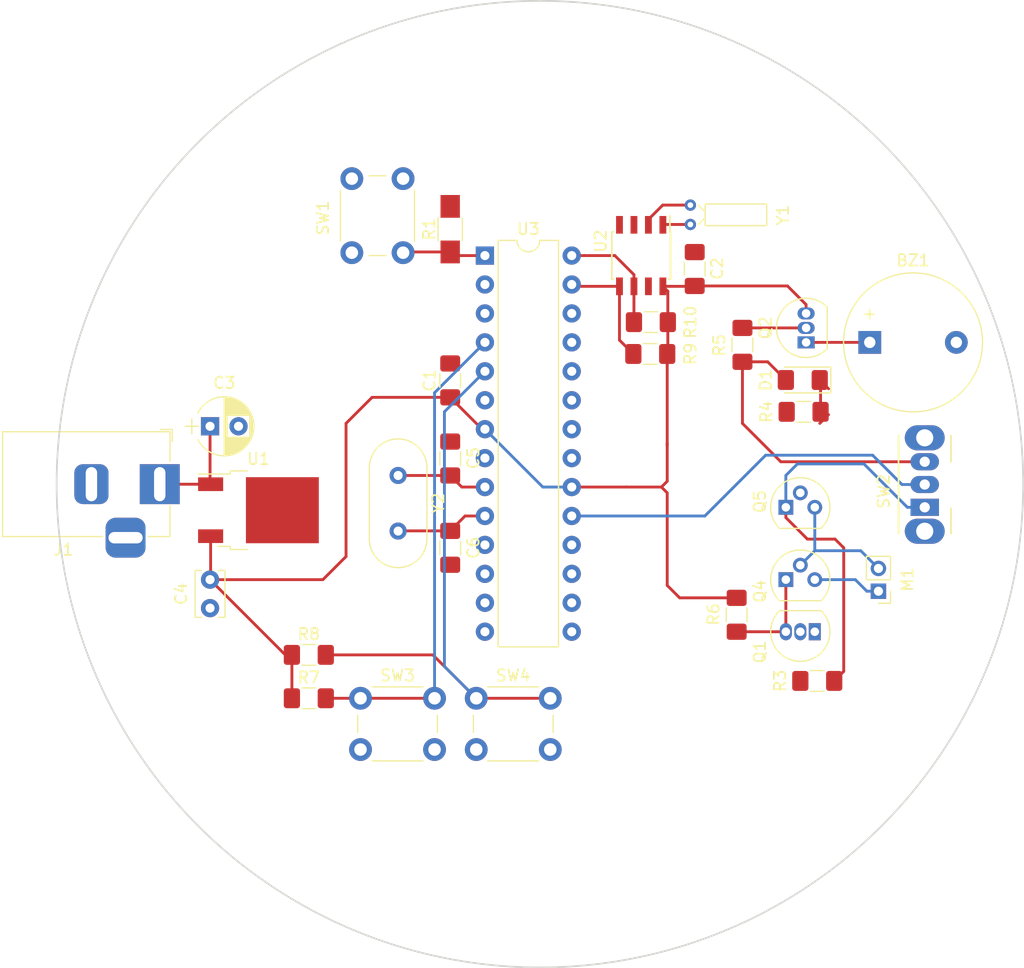
<source format=kicad_pcb>
(kicad_pcb (version 20171130) (host pcbnew "(5.0.1-3-g963ef8bb5)")

  (general
    (thickness 1.6)
    (drawings 1)
    (tracks 117)
    (zones 0)
    (modules 32)
    (nets 42)
  )

  (page A4)
  (layers
    (0 F.Cu signal)
    (31 B.Cu signal)
    (32 B.Adhes user)
    (33 F.Adhes user)
    (34 B.Paste user)
    (35 F.Paste user)
    (36 B.SilkS user)
    (37 F.SilkS user)
    (38 B.Mask user)
    (39 F.Mask user)
    (40 Dwgs.User user)
    (41 Cmts.User user)
    (42 Eco1.User user)
    (43 Eco2.User user)
    (44 Edge.Cuts user)
    (45 Margin user)
    (46 B.CrtYd user)
    (47 F.CrtYd user)
    (48 B.Fab user)
    (49 F.Fab user hide)
  )

  (setup
    (last_trace_width 0.25)
    (trace_clearance 0.2)
    (zone_clearance 0.508)
    (zone_45_only no)
    (trace_min 0.2)
    (segment_width 0.2)
    (edge_width 0.15)
    (via_size 0.6)
    (via_drill 0.4)
    (via_min_size 0.4)
    (via_min_drill 0.3)
    (uvia_size 0.3)
    (uvia_drill 0.1)
    (uvias_allowed no)
    (uvia_min_size 0.2)
    (uvia_min_drill 0.1)
    (pcb_text_width 0.3)
    (pcb_text_size 1.5 1.5)
    (mod_edge_width 0.15)
    (mod_text_size 1 1)
    (mod_text_width 0.15)
    (pad_size 1.524 1.524)
    (pad_drill 0.762)
    (pad_to_mask_clearance 0.2)
    (solder_mask_min_width 0.25)
    (aux_axis_origin 0 0)
    (visible_elements 7FFFF7FF)
    (pcbplotparams
      (layerselection 0x00030_80000001)
      (usegerberextensions false)
      (usegerberattributes false)
      (usegerberadvancedattributes false)
      (creategerberjobfile false)
      (excludeedgelayer true)
      (linewidth 0.100000)
      (plotframeref false)
      (viasonmask false)
      (mode 1)
      (useauxorigin false)
      (hpglpennumber 1)
      (hpglpenspeed 20)
      (hpglpendiameter 15.000000)
      (psnegative false)
      (psa4output false)
      (plotreference true)
      (plotvalue true)
      (plotinvisibletext false)
      (padsonsilk false)
      (subtractmaskfromsilk false)
      (outputformat 1)
      (mirror false)
      (drillshape 1)
      (scaleselection 1)
      (outputdirectory ""))
  )

  (net 0 "")
  (net 1 GND)
  (net 2 "Net-(BZ1-Pad1)")
  (net 3 +5V)
  (net 4 +9V)
  (net 5 "Net-(C5-Pad1)")
  (net 6 "Net-(C6-Pad1)")
  (net 7 "Net-(D1-Pad1)")
  (net 8 "Net-(D1-Pad2)")
  (net 9 "Net-(J1-Pad3)")
  (net 10 "Net-(M1-Pad1)")
  (net 11 "Net-(M1-Pad2)")
  (net 12 "Net-(Q1-Pad2)")
  (net 13 "Net-(Q1-Pad3)")
  (net 14 "Net-(Q2-Pad2)")
  (net 15 "Net-(R1-Pad1)")
  (net 16 ModeButton)
  (net 17 SetButton)
  (net 18 SDA)
  (net 19 SCL)
  (net 20 Signal)
  (net 21 "Net-(U2-Pad1)")
  (net 22 "Net-(U2-Pad2)")
  (net 23 "Net-(U2-Pad3)")
  (net 24 "Net-(U2-Pad7)")
  (net 25 "Net-(U3-Pad15)")
  (net 26 "Net-(U3-Pad2)")
  (net 27 "Net-(U3-Pad16)")
  (net 28 "Net-(U3-Pad3)")
  (net 29 SR_SER)
  (net 30 SR_SRCLK)
  (net 31 "Net-(U3-Pad21)")
  (net 32 "Net-(U3-Pad23)")
  (net 33 "Net-(U3-Pad24)")
  (net 34 "Net-(U3-Pad11)")
  (net 35 "Net-(U3-Pad25)")
  (net 36 "Net-(U3-Pad12)")
  (net 37 "Net-(U3-Pad26)")
  (net 38 "Net-(U3-Pad13)")
  (net 39 SR_RCLK)
  (net 40 "Net-(Q5-Pad1)")
  (net 41 "Net-(U3-Pad6)")

  (net_class Default "This is the default net class."
    (clearance 0.2)
    (trace_width 0.25)
    (via_dia 0.6)
    (via_drill 0.4)
    (uvia_dia 0.3)
    (uvia_drill 0.1)
    (add_net +5V)
    (add_net +9V)
    (add_net GND)
    (add_net ModeButton)
    (add_net "Net-(BZ1-Pad1)")
    (add_net "Net-(C5-Pad1)")
    (add_net "Net-(C6-Pad1)")
    (add_net "Net-(D1-Pad1)")
    (add_net "Net-(D1-Pad2)")
    (add_net "Net-(J1-Pad3)")
    (add_net "Net-(M1-Pad1)")
    (add_net "Net-(M1-Pad2)")
    (add_net "Net-(Q1-Pad2)")
    (add_net "Net-(Q1-Pad3)")
    (add_net "Net-(Q2-Pad2)")
    (add_net "Net-(Q5-Pad1)")
    (add_net "Net-(R1-Pad1)")
    (add_net "Net-(U2-Pad1)")
    (add_net "Net-(U2-Pad2)")
    (add_net "Net-(U2-Pad3)")
    (add_net "Net-(U2-Pad7)")
    (add_net "Net-(U3-Pad11)")
    (add_net "Net-(U3-Pad12)")
    (add_net "Net-(U3-Pad13)")
    (add_net "Net-(U3-Pad15)")
    (add_net "Net-(U3-Pad16)")
    (add_net "Net-(U3-Pad2)")
    (add_net "Net-(U3-Pad21)")
    (add_net "Net-(U3-Pad23)")
    (add_net "Net-(U3-Pad24)")
    (add_net "Net-(U3-Pad25)")
    (add_net "Net-(U3-Pad26)")
    (add_net "Net-(U3-Pad3)")
    (add_net "Net-(U3-Pad6)")
    (add_net SCL)
    (add_net SDA)
    (add_net SR_RCLK)
    (add_net SR_SER)
    (add_net SR_SRCLK)
    (add_net SetButton)
    (add_net Signal)
  )

  (module Capacitors_THT:CP_Radial_D5.0mm_P2.50mm (layer F.Cu) (tedit 597BC7C2) (tstamp 5B551FBF)
    (at 117.348 85.344)
    (descr "CP, Radial series, Radial, pin pitch=2.50mm, , diameter=5mm, Electrolytic Capacitor")
    (tags "CP Radial series Radial pin pitch 2.50mm  diameter 5mm Electrolytic Capacitor")
    (path /5B54631C)
    (fp_text reference C3 (at 1.25 -3.81) (layer F.SilkS)
      (effects (font (size 1 1) (thickness 0.15)))
    )
    (fp_text value 0.33uF (at 1.25 3.81) (layer F.Fab)
      (effects (font (size 1 1) (thickness 0.15)))
    )
    (fp_arc (start 1.25 0) (end -1.05558 -1.18) (angle 125.8) (layer F.SilkS) (width 0.12))
    (fp_arc (start 1.25 0) (end -1.05558 1.18) (angle -125.8) (layer F.SilkS) (width 0.12))
    (fp_arc (start 1.25 0) (end 3.55558 -1.18) (angle 54.2) (layer F.SilkS) (width 0.12))
    (fp_circle (center 1.25 0) (end 3.75 0) (layer F.Fab) (width 0.1))
    (fp_line (start -2.2 0) (end -1 0) (layer F.Fab) (width 0.1))
    (fp_line (start -1.6 -0.65) (end -1.6 0.65) (layer F.Fab) (width 0.1))
    (fp_line (start 1.25 -2.55) (end 1.25 2.55) (layer F.SilkS) (width 0.12))
    (fp_line (start 1.29 -2.55) (end 1.29 2.55) (layer F.SilkS) (width 0.12))
    (fp_line (start 1.33 -2.549) (end 1.33 2.549) (layer F.SilkS) (width 0.12))
    (fp_line (start 1.37 -2.548) (end 1.37 2.548) (layer F.SilkS) (width 0.12))
    (fp_line (start 1.41 -2.546) (end 1.41 2.546) (layer F.SilkS) (width 0.12))
    (fp_line (start 1.45 -2.543) (end 1.45 2.543) (layer F.SilkS) (width 0.12))
    (fp_line (start 1.49 -2.539) (end 1.49 2.539) (layer F.SilkS) (width 0.12))
    (fp_line (start 1.53 -2.535) (end 1.53 -0.98) (layer F.SilkS) (width 0.12))
    (fp_line (start 1.53 0.98) (end 1.53 2.535) (layer F.SilkS) (width 0.12))
    (fp_line (start 1.57 -2.531) (end 1.57 -0.98) (layer F.SilkS) (width 0.12))
    (fp_line (start 1.57 0.98) (end 1.57 2.531) (layer F.SilkS) (width 0.12))
    (fp_line (start 1.61 -2.525) (end 1.61 -0.98) (layer F.SilkS) (width 0.12))
    (fp_line (start 1.61 0.98) (end 1.61 2.525) (layer F.SilkS) (width 0.12))
    (fp_line (start 1.65 -2.519) (end 1.65 -0.98) (layer F.SilkS) (width 0.12))
    (fp_line (start 1.65 0.98) (end 1.65 2.519) (layer F.SilkS) (width 0.12))
    (fp_line (start 1.69 -2.513) (end 1.69 -0.98) (layer F.SilkS) (width 0.12))
    (fp_line (start 1.69 0.98) (end 1.69 2.513) (layer F.SilkS) (width 0.12))
    (fp_line (start 1.73 -2.506) (end 1.73 -0.98) (layer F.SilkS) (width 0.12))
    (fp_line (start 1.73 0.98) (end 1.73 2.506) (layer F.SilkS) (width 0.12))
    (fp_line (start 1.77 -2.498) (end 1.77 -0.98) (layer F.SilkS) (width 0.12))
    (fp_line (start 1.77 0.98) (end 1.77 2.498) (layer F.SilkS) (width 0.12))
    (fp_line (start 1.81 -2.489) (end 1.81 -0.98) (layer F.SilkS) (width 0.12))
    (fp_line (start 1.81 0.98) (end 1.81 2.489) (layer F.SilkS) (width 0.12))
    (fp_line (start 1.85 -2.48) (end 1.85 -0.98) (layer F.SilkS) (width 0.12))
    (fp_line (start 1.85 0.98) (end 1.85 2.48) (layer F.SilkS) (width 0.12))
    (fp_line (start 1.89 -2.47) (end 1.89 -0.98) (layer F.SilkS) (width 0.12))
    (fp_line (start 1.89 0.98) (end 1.89 2.47) (layer F.SilkS) (width 0.12))
    (fp_line (start 1.93 -2.46) (end 1.93 -0.98) (layer F.SilkS) (width 0.12))
    (fp_line (start 1.93 0.98) (end 1.93 2.46) (layer F.SilkS) (width 0.12))
    (fp_line (start 1.971 -2.448) (end 1.971 -0.98) (layer F.SilkS) (width 0.12))
    (fp_line (start 1.971 0.98) (end 1.971 2.448) (layer F.SilkS) (width 0.12))
    (fp_line (start 2.011 -2.436) (end 2.011 -0.98) (layer F.SilkS) (width 0.12))
    (fp_line (start 2.011 0.98) (end 2.011 2.436) (layer F.SilkS) (width 0.12))
    (fp_line (start 2.051 -2.424) (end 2.051 -0.98) (layer F.SilkS) (width 0.12))
    (fp_line (start 2.051 0.98) (end 2.051 2.424) (layer F.SilkS) (width 0.12))
    (fp_line (start 2.091 -2.41) (end 2.091 -0.98) (layer F.SilkS) (width 0.12))
    (fp_line (start 2.091 0.98) (end 2.091 2.41) (layer F.SilkS) (width 0.12))
    (fp_line (start 2.131 -2.396) (end 2.131 -0.98) (layer F.SilkS) (width 0.12))
    (fp_line (start 2.131 0.98) (end 2.131 2.396) (layer F.SilkS) (width 0.12))
    (fp_line (start 2.171 -2.382) (end 2.171 -0.98) (layer F.SilkS) (width 0.12))
    (fp_line (start 2.171 0.98) (end 2.171 2.382) (layer F.SilkS) (width 0.12))
    (fp_line (start 2.211 -2.366) (end 2.211 -0.98) (layer F.SilkS) (width 0.12))
    (fp_line (start 2.211 0.98) (end 2.211 2.366) (layer F.SilkS) (width 0.12))
    (fp_line (start 2.251 -2.35) (end 2.251 -0.98) (layer F.SilkS) (width 0.12))
    (fp_line (start 2.251 0.98) (end 2.251 2.35) (layer F.SilkS) (width 0.12))
    (fp_line (start 2.291 -2.333) (end 2.291 -0.98) (layer F.SilkS) (width 0.12))
    (fp_line (start 2.291 0.98) (end 2.291 2.333) (layer F.SilkS) (width 0.12))
    (fp_line (start 2.331 -2.315) (end 2.331 -0.98) (layer F.SilkS) (width 0.12))
    (fp_line (start 2.331 0.98) (end 2.331 2.315) (layer F.SilkS) (width 0.12))
    (fp_line (start 2.371 -2.296) (end 2.371 -0.98) (layer F.SilkS) (width 0.12))
    (fp_line (start 2.371 0.98) (end 2.371 2.296) (layer F.SilkS) (width 0.12))
    (fp_line (start 2.411 -2.276) (end 2.411 -0.98) (layer F.SilkS) (width 0.12))
    (fp_line (start 2.411 0.98) (end 2.411 2.276) (layer F.SilkS) (width 0.12))
    (fp_line (start 2.451 -2.256) (end 2.451 -0.98) (layer F.SilkS) (width 0.12))
    (fp_line (start 2.451 0.98) (end 2.451 2.256) (layer F.SilkS) (width 0.12))
    (fp_line (start 2.491 -2.234) (end 2.491 -0.98) (layer F.SilkS) (width 0.12))
    (fp_line (start 2.491 0.98) (end 2.491 2.234) (layer F.SilkS) (width 0.12))
    (fp_line (start 2.531 -2.212) (end 2.531 -0.98) (layer F.SilkS) (width 0.12))
    (fp_line (start 2.531 0.98) (end 2.531 2.212) (layer F.SilkS) (width 0.12))
    (fp_line (start 2.571 -2.189) (end 2.571 -0.98) (layer F.SilkS) (width 0.12))
    (fp_line (start 2.571 0.98) (end 2.571 2.189) (layer F.SilkS) (width 0.12))
    (fp_line (start 2.611 -2.165) (end 2.611 -0.98) (layer F.SilkS) (width 0.12))
    (fp_line (start 2.611 0.98) (end 2.611 2.165) (layer F.SilkS) (width 0.12))
    (fp_line (start 2.651 -2.14) (end 2.651 -0.98) (layer F.SilkS) (width 0.12))
    (fp_line (start 2.651 0.98) (end 2.651 2.14) (layer F.SilkS) (width 0.12))
    (fp_line (start 2.691 -2.113) (end 2.691 -0.98) (layer F.SilkS) (width 0.12))
    (fp_line (start 2.691 0.98) (end 2.691 2.113) (layer F.SilkS) (width 0.12))
    (fp_line (start 2.731 -2.086) (end 2.731 -0.98) (layer F.SilkS) (width 0.12))
    (fp_line (start 2.731 0.98) (end 2.731 2.086) (layer F.SilkS) (width 0.12))
    (fp_line (start 2.771 -2.058) (end 2.771 -0.98) (layer F.SilkS) (width 0.12))
    (fp_line (start 2.771 0.98) (end 2.771 2.058) (layer F.SilkS) (width 0.12))
    (fp_line (start 2.811 -2.028) (end 2.811 -0.98) (layer F.SilkS) (width 0.12))
    (fp_line (start 2.811 0.98) (end 2.811 2.028) (layer F.SilkS) (width 0.12))
    (fp_line (start 2.851 -1.997) (end 2.851 -0.98) (layer F.SilkS) (width 0.12))
    (fp_line (start 2.851 0.98) (end 2.851 1.997) (layer F.SilkS) (width 0.12))
    (fp_line (start 2.891 -1.965) (end 2.891 -0.98) (layer F.SilkS) (width 0.12))
    (fp_line (start 2.891 0.98) (end 2.891 1.965) (layer F.SilkS) (width 0.12))
    (fp_line (start 2.931 -1.932) (end 2.931 -0.98) (layer F.SilkS) (width 0.12))
    (fp_line (start 2.931 0.98) (end 2.931 1.932) (layer F.SilkS) (width 0.12))
    (fp_line (start 2.971 -1.897) (end 2.971 -0.98) (layer F.SilkS) (width 0.12))
    (fp_line (start 2.971 0.98) (end 2.971 1.897) (layer F.SilkS) (width 0.12))
    (fp_line (start 3.011 -1.861) (end 3.011 -0.98) (layer F.SilkS) (width 0.12))
    (fp_line (start 3.011 0.98) (end 3.011 1.861) (layer F.SilkS) (width 0.12))
    (fp_line (start 3.051 -1.823) (end 3.051 -0.98) (layer F.SilkS) (width 0.12))
    (fp_line (start 3.051 0.98) (end 3.051 1.823) (layer F.SilkS) (width 0.12))
    (fp_line (start 3.091 -1.783) (end 3.091 -0.98) (layer F.SilkS) (width 0.12))
    (fp_line (start 3.091 0.98) (end 3.091 1.783) (layer F.SilkS) (width 0.12))
    (fp_line (start 3.131 -1.742) (end 3.131 -0.98) (layer F.SilkS) (width 0.12))
    (fp_line (start 3.131 0.98) (end 3.131 1.742) (layer F.SilkS) (width 0.12))
    (fp_line (start 3.171 -1.699) (end 3.171 -0.98) (layer F.SilkS) (width 0.12))
    (fp_line (start 3.171 0.98) (end 3.171 1.699) (layer F.SilkS) (width 0.12))
    (fp_line (start 3.211 -1.654) (end 3.211 -0.98) (layer F.SilkS) (width 0.12))
    (fp_line (start 3.211 0.98) (end 3.211 1.654) (layer F.SilkS) (width 0.12))
    (fp_line (start 3.251 -1.606) (end 3.251 -0.98) (layer F.SilkS) (width 0.12))
    (fp_line (start 3.251 0.98) (end 3.251 1.606) (layer F.SilkS) (width 0.12))
    (fp_line (start 3.291 -1.556) (end 3.291 -0.98) (layer F.SilkS) (width 0.12))
    (fp_line (start 3.291 0.98) (end 3.291 1.556) (layer F.SilkS) (width 0.12))
    (fp_line (start 3.331 -1.504) (end 3.331 -0.98) (layer F.SilkS) (width 0.12))
    (fp_line (start 3.331 0.98) (end 3.331 1.504) (layer F.SilkS) (width 0.12))
    (fp_line (start 3.371 -1.448) (end 3.371 -0.98) (layer F.SilkS) (width 0.12))
    (fp_line (start 3.371 0.98) (end 3.371 1.448) (layer F.SilkS) (width 0.12))
    (fp_line (start 3.411 -1.39) (end 3.411 -0.98) (layer F.SilkS) (width 0.12))
    (fp_line (start 3.411 0.98) (end 3.411 1.39) (layer F.SilkS) (width 0.12))
    (fp_line (start 3.451 -1.327) (end 3.451 -0.98) (layer F.SilkS) (width 0.12))
    (fp_line (start 3.451 0.98) (end 3.451 1.327) (layer F.SilkS) (width 0.12))
    (fp_line (start 3.491 -1.261) (end 3.491 1.261) (layer F.SilkS) (width 0.12))
    (fp_line (start 3.531 -1.189) (end 3.531 1.189) (layer F.SilkS) (width 0.12))
    (fp_line (start 3.571 -1.112) (end 3.571 1.112) (layer F.SilkS) (width 0.12))
    (fp_line (start 3.611 -1.028) (end 3.611 1.028) (layer F.SilkS) (width 0.12))
    (fp_line (start 3.651 -0.934) (end 3.651 0.934) (layer F.SilkS) (width 0.12))
    (fp_line (start 3.691 -0.829) (end 3.691 0.829) (layer F.SilkS) (width 0.12))
    (fp_line (start 3.731 -0.707) (end 3.731 0.707) (layer F.SilkS) (width 0.12))
    (fp_line (start 3.771 -0.559) (end 3.771 0.559) (layer F.SilkS) (width 0.12))
    (fp_line (start 3.811 -0.354) (end 3.811 0.354) (layer F.SilkS) (width 0.12))
    (fp_line (start -2.2 0) (end -1 0) (layer F.SilkS) (width 0.12))
    (fp_line (start -1.6 -0.65) (end -1.6 0.65) (layer F.SilkS) (width 0.12))
    (fp_line (start -1.6 -2.85) (end -1.6 2.85) (layer F.CrtYd) (width 0.05))
    (fp_line (start -1.6 2.85) (end 4.1 2.85) (layer F.CrtYd) (width 0.05))
    (fp_line (start 4.1 2.85) (end 4.1 -2.85) (layer F.CrtYd) (width 0.05))
    (fp_line (start 4.1 -2.85) (end -1.6 -2.85) (layer F.CrtYd) (width 0.05))
    (fp_text user %R (at 1.25 0) (layer F.Fab)
      (effects (font (size 1 1) (thickness 0.15)))
    )
    (pad 1 thru_hole rect (at 0 0) (size 1.6 1.6) (drill 0.8) (layers *.Cu *.Mask)
      (net 4 +9V))
    (pad 2 thru_hole circle (at 2.5 0) (size 1.6 1.6) (drill 0.8) (layers *.Cu *.Mask)
      (net 1 GND))
    (model ${KISYS3DMOD}/Capacitors_THT.3dshapes/CP_Radial_D5.0mm_P2.50mm.wrl
      (at (xyz 0 0 0))
      (scale (xyz 1 1 1))
      (rotate (xyz 0 0 0))
    )
  )

  (module Capacitors_THT:C_Rect_L4.0mm_W2.5mm_P2.50mm (layer F.Cu) (tedit 597BC7C2) (tstamp 5B551FC5)
    (at 117.348 98.806 270)
    (descr "C, Rect series, Radial, pin pitch=2.50mm, , length*width=4*2.5mm^2, Capacitor")
    (tags "C Rect series Radial pin pitch 2.50mm  length 4mm width 2.5mm Capacitor")
    (path /5B546385)
    (fp_text reference C4 (at 1.25 2.54 270) (layer F.SilkS)
      (effects (font (size 1 1) (thickness 0.15)))
    )
    (fp_text value 0.1uF (at 1.25 2.56 270) (layer F.Fab)
      (effects (font (size 1 1) (thickness 0.15)))
    )
    (fp_line (start -0.75 -1.25) (end -0.75 1.25) (layer F.Fab) (width 0.1))
    (fp_line (start -0.75 1.25) (end 3.25 1.25) (layer F.Fab) (width 0.1))
    (fp_line (start 3.25 1.25) (end 3.25 -1.25) (layer F.Fab) (width 0.1))
    (fp_line (start 3.25 -1.25) (end -0.75 -1.25) (layer F.Fab) (width 0.1))
    (fp_line (start -0.81 -1.31) (end 3.31 -1.31) (layer F.SilkS) (width 0.12))
    (fp_line (start -0.81 1.31) (end 3.31 1.31) (layer F.SilkS) (width 0.12))
    (fp_line (start -0.81 -1.31) (end -0.81 -0.75) (layer F.SilkS) (width 0.12))
    (fp_line (start -0.81 0.75) (end -0.81 1.31) (layer F.SilkS) (width 0.12))
    (fp_line (start 3.31 -1.31) (end 3.31 -0.75) (layer F.SilkS) (width 0.12))
    (fp_line (start 3.31 0.75) (end 3.31 1.31) (layer F.SilkS) (width 0.12))
    (fp_line (start -1.1 -1.6) (end -1.1 1.6) (layer F.CrtYd) (width 0.05))
    (fp_line (start -1.1 1.6) (end 3.6 1.6) (layer F.CrtYd) (width 0.05))
    (fp_line (start 3.6 1.6) (end 3.6 -1.6) (layer F.CrtYd) (width 0.05))
    (fp_line (start 3.6 -1.6) (end -1.1 -1.6) (layer F.CrtYd) (width 0.05))
    (fp_text user %R (at 1.25 0 270) (layer F.Fab)
      (effects (font (size 1 1) (thickness 0.15)))
    )
    (pad 1 thru_hole circle (at 0 0 270) (size 1.6 1.6) (drill 0.8) (layers *.Cu *.Mask)
      (net 3 +5V))
    (pad 2 thru_hole circle (at 2.5 0 270) (size 1.6 1.6) (drill 0.8) (layers *.Cu *.Mask)
      (net 1 GND))
    (model ${KISYS3DMOD}/Capacitors_THT.3dshapes/C_Rect_L4.0mm_W2.5mm_P2.50mm.wrl
      (at (xyz 0 0 0))
      (scale (xyz 1 1 1))
      (rotate (xyz 0 0 0))
    )
  )

  (module Resistors_SMD:R_1206_HandSoldering locked (layer F.Cu) (tedit 58E0A804) (tstamp 5C35D8C4)
    (at 138.43 68.04 90)
    (descr "Resistor SMD 1206, hand soldering")
    (tags "resistor 1206")
    (path /5B558477)
    (attr smd)
    (fp_text reference R1 (at 0 -1.85 90) (layer F.SilkS)
      (effects (font (size 1 1) (thickness 0.15)))
    )
    (fp_text value 10K (at 0 1.9 90) (layer F.Fab)
      (effects (font (size 1 1) (thickness 0.15)))
    )
    (fp_text user %R (at 0 0 90) (layer F.Fab)
      (effects (font (size 0.7 0.7) (thickness 0.105)))
    )
    (fp_line (start -1.6 0.8) (end -1.6 -0.8) (layer F.Fab) (width 0.1))
    (fp_line (start 1.6 0.8) (end -1.6 0.8) (layer F.Fab) (width 0.1))
    (fp_line (start 1.6 -0.8) (end 1.6 0.8) (layer F.Fab) (width 0.1))
    (fp_line (start -1.6 -0.8) (end 1.6 -0.8) (layer F.Fab) (width 0.1))
    (fp_line (start 1 1.07) (end -1 1.07) (layer F.SilkS) (width 0.12))
    (fp_line (start -1 -1.07) (end 1 -1.07) (layer F.SilkS) (width 0.12))
    (fp_line (start -3.25 -1.11) (end 3.25 -1.11) (layer F.CrtYd) (width 0.05))
    (fp_line (start -3.25 -1.11) (end -3.25 1.1) (layer F.CrtYd) (width 0.05))
    (fp_line (start 3.25 1.1) (end 3.25 -1.11) (layer F.CrtYd) (width 0.05))
    (fp_line (start 3.25 1.1) (end -3.25 1.1) (layer F.CrtYd) (width 0.05))
    (pad 1 smd rect (at -2 0 90) (size 2 1.7) (layers F.Cu F.Paste F.Mask)
      (net 15 "Net-(R1-Pad1)"))
    (pad 2 smd rect (at 2 0 90) (size 2 1.7) (layers F.Cu F.Paste F.Mask)
      (net 3 +5V))
    (model ${KISYS3DMOD}/Resistors_SMD.3dshapes/R_1206.wrl
      (at (xyz 0 0 0))
      (scale (xyz 1 1 1))
      (rotate (xyz 0 0 0))
    )
  )

  (module Buttons_Switches_THT:SW_PUSH_6mm locked (layer F.Cu) (tedit 5923F252) (tstamp 5C35E217)
    (at 134.294 63.604 270)
    (descr https://www.omron.com/ecb/products/pdf/en-b3f.pdf)
    (tags "tact sw push 6mm")
    (path /5B558D43)
    (fp_text reference SW1 (at 3.452 7.04 270) (layer F.SilkS)
      (effects (font (size 1 1) (thickness 0.15)))
    )
    (fp_text value SW_Push (at 3.75 6.7 270) (layer F.Fab)
      (effects (font (size 1 1) (thickness 0.15)))
    )
    (fp_text user %R (at 3.25 2.25 270) (layer F.Fab)
      (effects (font (size 1 1) (thickness 0.15)))
    )
    (fp_line (start 3.25 -0.75) (end 6.25 -0.75) (layer F.Fab) (width 0.1))
    (fp_line (start 6.25 -0.75) (end 6.25 5.25) (layer F.Fab) (width 0.1))
    (fp_line (start 6.25 5.25) (end 0.25 5.25) (layer F.Fab) (width 0.1))
    (fp_line (start 0.25 5.25) (end 0.25 -0.75) (layer F.Fab) (width 0.1))
    (fp_line (start 0.25 -0.75) (end 3.25 -0.75) (layer F.Fab) (width 0.1))
    (fp_line (start 7.75 6) (end 8 6) (layer F.CrtYd) (width 0.05))
    (fp_line (start 8 6) (end 8 5.75) (layer F.CrtYd) (width 0.05))
    (fp_line (start 7.75 -1.5) (end 8 -1.5) (layer F.CrtYd) (width 0.05))
    (fp_line (start 8 -1.5) (end 8 -1.25) (layer F.CrtYd) (width 0.05))
    (fp_line (start -1.5 -1.25) (end -1.5 -1.5) (layer F.CrtYd) (width 0.05))
    (fp_line (start -1.5 -1.5) (end -1.25 -1.5) (layer F.CrtYd) (width 0.05))
    (fp_line (start -1.5 5.75) (end -1.5 6) (layer F.CrtYd) (width 0.05))
    (fp_line (start -1.5 6) (end -1.25 6) (layer F.CrtYd) (width 0.05))
    (fp_line (start -1.25 -1.5) (end 7.75 -1.5) (layer F.CrtYd) (width 0.05))
    (fp_line (start -1.5 5.75) (end -1.5 -1.25) (layer F.CrtYd) (width 0.05))
    (fp_line (start 7.75 6) (end -1.25 6) (layer F.CrtYd) (width 0.05))
    (fp_line (start 8 -1.25) (end 8 5.75) (layer F.CrtYd) (width 0.05))
    (fp_line (start 1 5.5) (end 5.5 5.5) (layer F.SilkS) (width 0.12))
    (fp_line (start -0.25 1.5) (end -0.25 3) (layer F.SilkS) (width 0.12))
    (fp_line (start 5.5 -1) (end 1 -1) (layer F.SilkS) (width 0.12))
    (fp_line (start 6.75 3) (end 6.75 1.5) (layer F.SilkS) (width 0.12))
    (fp_circle (center 3.25 2.25) (end 1.25 2.5) (layer F.Fab) (width 0.1))
    (pad 2 thru_hole circle (at 0 4.5) (size 2 2) (drill 1.1) (layers *.Cu *.Mask)
      (net 1 GND))
    (pad 1 thru_hole circle (at 0 0) (size 2 2) (drill 1.1) (layers *.Cu *.Mask)
      (net 15 "Net-(R1-Pad1)"))
    (pad 2 thru_hole circle (at 6.5 4.5) (size 2 2) (drill 1.1) (layers *.Cu *.Mask)
      (net 1 GND))
    (pad 1 thru_hole circle (at 6.5 0) (size 2 2) (drill 1.1) (layers *.Cu *.Mask)
      (net 15 "Net-(R1-Pad1)"))
    (model ${KISYS3DMOD}/Buttons_Switches_THT.3dshapes/SW_PUSH_6mm.wrl
      (offset (xyz 0.1269999980926514 0 0))
      (scale (xyz 0.3937 0.3937 0.3937))
      (rotate (xyz 0 0 0))
    )
  )

  (module Buttons_Switches_THT:SW_CuK_OS102011MA1QN1_SPDT_Angled (layer F.Cu) (tedit 59AFFC74) (tstamp 5B55204F)
    (at 180.086 92.456 90)
    (descr "CuK miniature slide switch, OS series, SPDT, right angle, http://www.ckswitches.com/media/1428/os.pdf")
    (tags "switch SPDT")
    (path /5B5391E9)
    (fp_text reference SW2 (at 1.4 -3.6 90) (layer F.SilkS)
      (effects (font (size 1 1) (thickness 0.15)))
    )
    (fp_text value SW_SPDT (at 1.7 7.7 90) (layer F.Fab)
      (effects (font (size 1 1) (thickness 0.15)))
    )
    (fp_text user %R (at 2.3 1.7 90) (layer F.Fab)
      (effects (font (size 0.5 0.5) (thickness 0.1)))
    )
    (fp_line (start -2.3 -2.2) (end 6.3 -2.2) (layer F.Fab) (width 0.1))
    (fp_line (start -2.3 -2.2) (end -2.3 2.2) (layer F.Fab) (width 0.1))
    (fp_line (start -2.3 2.2) (end 6.3 2.2) (layer F.Fab) (width 0.1))
    (fp_line (start 6.3 2.2) (end 6.3 -2.2) (layer F.Fab) (width 0.1))
    (fp_line (start 2 2.2) (end 2 6.2) (layer F.Fab) (width 0.1))
    (fp_line (start 2 6.2) (end 0 6.2) (layer F.Fab) (width 0.1))
    (fp_line (start 0 6.2) (end 0 2.2) (layer F.Fab) (width 0.1))
    (fp_line (start -2.3 -2.3) (end 6.3 -2.3) (layer F.SilkS) (width 0.15))
    (fp_line (start -2.3 2.3) (end -0.1 2.3) (layer F.SilkS) (width 0.15))
    (fp_line (start 4 2.3) (end 6.3 2.3) (layer F.SilkS) (width 0.15))
    (fp_line (start 7.7 -2.7) (end 7.7 6.7) (layer F.CrtYd) (width 0.05))
    (fp_line (start 7.7 6.7) (end -3.7 6.7) (layer F.CrtYd) (width 0.05))
    (fp_line (start -3.7 6.7) (end -3.7 -2.7) (layer F.CrtYd) (width 0.05))
    (fp_line (start -3.7 -2.7) (end 7.7 -2.7) (layer F.CrtYd) (width 0.05))
    (pad 1 thru_hole rect (at 0 0 90) (size 1.5 2.5) (drill 0.9) (layers *.Cu *.Mask)
      (net 40 "Net-(Q5-Pad1)"))
    (pad 2 thru_hole oval (at 2 0 90) (size 1.5 2.5) (drill 0.9) (layers *.Cu *.Mask)
      (net 20 Signal))
    (pad 3 thru_hole oval (at 4 0 90) (size 1.5 2.5) (drill 0.9) (layers *.Cu *.Mask)
      (net 8 "Net-(D1-Pad2)"))
    (pad "" thru_hole oval (at -2.1 0 90) (size 2.2 3.5) (drill 1.5) (layers *.Cu *.Mask))
    (pad "" thru_hole oval (at 6.1 0 90) (size 2.2 3.5) (drill 1.5) (layers *.Cu *.Mask))
    (model ${KISYS3DMOD}/Buttons_Switches_THT.3dshapes/SW_CuK_OS102011MA1QN1_SPDT_Angled.wrl
      (at (xyz 0 0 0))
      (scale (xyz 1 1 1))
      (rotate (xyz 0 0 0))
    )
  )

  (module Buttons_Switches_THT:SW_PUSH_6mm (layer F.Cu) (tedit 5923F252) (tstamp 5B552057)
    (at 130.556 109.22)
    (descr https://www.omron.com/ecb/products/pdf/en-b3f.pdf)
    (tags "tact sw push 6mm")
    (path /5B538527)
    (fp_text reference SW3 (at 3.25 -2) (layer F.SilkS)
      (effects (font (size 1 1) (thickness 0.15)))
    )
    (fp_text value SW_Push (at 3.75 6.7) (layer F.Fab)
      (effects (font (size 1 1) (thickness 0.15)))
    )
    (fp_text user %R (at 3.25 2.25) (layer F.Fab)
      (effects (font (size 1 1) (thickness 0.15)))
    )
    (fp_line (start 3.25 -0.75) (end 6.25 -0.75) (layer F.Fab) (width 0.1))
    (fp_line (start 6.25 -0.75) (end 6.25 5.25) (layer F.Fab) (width 0.1))
    (fp_line (start 6.25 5.25) (end 0.25 5.25) (layer F.Fab) (width 0.1))
    (fp_line (start 0.25 5.25) (end 0.25 -0.75) (layer F.Fab) (width 0.1))
    (fp_line (start 0.25 -0.75) (end 3.25 -0.75) (layer F.Fab) (width 0.1))
    (fp_line (start 7.75 6) (end 8 6) (layer F.CrtYd) (width 0.05))
    (fp_line (start 8 6) (end 8 5.75) (layer F.CrtYd) (width 0.05))
    (fp_line (start 7.75 -1.5) (end 8 -1.5) (layer F.CrtYd) (width 0.05))
    (fp_line (start 8 -1.5) (end 8 -1.25) (layer F.CrtYd) (width 0.05))
    (fp_line (start -1.5 -1.25) (end -1.5 -1.5) (layer F.CrtYd) (width 0.05))
    (fp_line (start -1.5 -1.5) (end -1.25 -1.5) (layer F.CrtYd) (width 0.05))
    (fp_line (start -1.5 5.75) (end -1.5 6) (layer F.CrtYd) (width 0.05))
    (fp_line (start -1.5 6) (end -1.25 6) (layer F.CrtYd) (width 0.05))
    (fp_line (start -1.25 -1.5) (end 7.75 -1.5) (layer F.CrtYd) (width 0.05))
    (fp_line (start -1.5 5.75) (end -1.5 -1.25) (layer F.CrtYd) (width 0.05))
    (fp_line (start 7.75 6) (end -1.25 6) (layer F.CrtYd) (width 0.05))
    (fp_line (start 8 -1.25) (end 8 5.75) (layer F.CrtYd) (width 0.05))
    (fp_line (start 1 5.5) (end 5.5 5.5) (layer F.SilkS) (width 0.12))
    (fp_line (start -0.25 1.5) (end -0.25 3) (layer F.SilkS) (width 0.12))
    (fp_line (start 5.5 -1) (end 1 -1) (layer F.SilkS) (width 0.12))
    (fp_line (start 6.75 3) (end 6.75 1.5) (layer F.SilkS) (width 0.12))
    (fp_circle (center 3.25 2.25) (end 1.25 2.5) (layer F.Fab) (width 0.1))
    (pad 2 thru_hole circle (at 0 4.5 90) (size 2 2) (drill 1.1) (layers *.Cu *.Mask)
      (net 1 GND))
    (pad 1 thru_hole circle (at 0 0 90) (size 2 2) (drill 1.1) (layers *.Cu *.Mask)
      (net 16 ModeButton))
    (pad 2 thru_hole circle (at 6.5 4.5 90) (size 2 2) (drill 1.1) (layers *.Cu *.Mask)
      (net 1 GND))
    (pad 1 thru_hole circle (at 6.5 0 90) (size 2 2) (drill 1.1) (layers *.Cu *.Mask)
      (net 16 ModeButton))
    (model ${KISYS3DMOD}/Buttons_Switches_THT.3dshapes/SW_PUSH_6mm.wrl
      (offset (xyz 0.1269999980926514 0 0))
      (scale (xyz 0.3937 0.3937 0.3937))
      (rotate (xyz 0 0 0))
    )
  )

  (module Buttons_Switches_THT:SW_PUSH_6mm (layer F.Cu) (tedit 5923F252) (tstamp 5B55205F)
    (at 140.716 109.22)
    (descr https://www.omron.com/ecb/products/pdf/en-b3f.pdf)
    (tags "tact sw push 6mm")
    (path /5B5386C7)
    (fp_text reference SW4 (at 3.25 -2) (layer F.SilkS)
      (effects (font (size 1 1) (thickness 0.15)))
    )
    (fp_text value SW_Push (at 3.75 6.7) (layer F.Fab)
      (effects (font (size 1 1) (thickness 0.15)))
    )
    (fp_text user %R (at 3.25 2.25) (layer F.Fab)
      (effects (font (size 1 1) (thickness 0.15)))
    )
    (fp_line (start 3.25 -0.75) (end 6.25 -0.75) (layer F.Fab) (width 0.1))
    (fp_line (start 6.25 -0.75) (end 6.25 5.25) (layer F.Fab) (width 0.1))
    (fp_line (start 6.25 5.25) (end 0.25 5.25) (layer F.Fab) (width 0.1))
    (fp_line (start 0.25 5.25) (end 0.25 -0.75) (layer F.Fab) (width 0.1))
    (fp_line (start 0.25 -0.75) (end 3.25 -0.75) (layer F.Fab) (width 0.1))
    (fp_line (start 7.75 6) (end 8 6) (layer F.CrtYd) (width 0.05))
    (fp_line (start 8 6) (end 8 5.75) (layer F.CrtYd) (width 0.05))
    (fp_line (start 7.75 -1.5) (end 8 -1.5) (layer F.CrtYd) (width 0.05))
    (fp_line (start 8 -1.5) (end 8 -1.25) (layer F.CrtYd) (width 0.05))
    (fp_line (start -1.5 -1.25) (end -1.5 -1.5) (layer F.CrtYd) (width 0.05))
    (fp_line (start -1.5 -1.5) (end -1.25 -1.5) (layer F.CrtYd) (width 0.05))
    (fp_line (start -1.5 5.75) (end -1.5 6) (layer F.CrtYd) (width 0.05))
    (fp_line (start -1.5 6) (end -1.25 6) (layer F.CrtYd) (width 0.05))
    (fp_line (start -1.25 -1.5) (end 7.75 -1.5) (layer F.CrtYd) (width 0.05))
    (fp_line (start -1.5 5.75) (end -1.5 -1.25) (layer F.CrtYd) (width 0.05))
    (fp_line (start 7.75 6) (end -1.25 6) (layer F.CrtYd) (width 0.05))
    (fp_line (start 8 -1.25) (end 8 5.75) (layer F.CrtYd) (width 0.05))
    (fp_line (start 1 5.5) (end 5.5 5.5) (layer F.SilkS) (width 0.12))
    (fp_line (start -0.25 1.5) (end -0.25 3) (layer F.SilkS) (width 0.12))
    (fp_line (start 5.5 -1) (end 1 -1) (layer F.SilkS) (width 0.12))
    (fp_line (start 6.75 3) (end 6.75 1.5) (layer F.SilkS) (width 0.12))
    (fp_circle (center 3.25 2.25) (end 1.25 2.5) (layer F.Fab) (width 0.1))
    (pad 2 thru_hole circle (at 0 4.5 90) (size 2 2) (drill 1.1) (layers *.Cu *.Mask)
      (net 1 GND))
    (pad 1 thru_hole circle (at 0 0 90) (size 2 2) (drill 1.1) (layers *.Cu *.Mask)
      (net 17 SetButton))
    (pad 2 thru_hole circle (at 6.5 4.5 90) (size 2 2) (drill 1.1) (layers *.Cu *.Mask)
      (net 1 GND))
    (pad 1 thru_hole circle (at 6.5 0 90) (size 2 2) (drill 1.1) (layers *.Cu *.Mask)
      (net 17 SetButton))
    (model ${KISYS3DMOD}/Buttons_Switches_THT.3dshapes/SW_PUSH_6mm.wrl
      (offset (xyz 0.1269999980926514 0 0))
      (scale (xyz 0.3937 0.3937 0.3937))
      (rotate (xyz 0 0 0))
    )
  )

  (module Crystals:Crystal_DS15_d1.5mm_l5.0mm_Horizontal (layer F.Cu) (tedit 5C2936F9) (tstamp 5C35D481)
    (at 159.512 67.6275 90)
    (descr "Crystal THT DS15 5.0mm length 1.5mm diameter http://www.microcrystal.com/images/_Product-Documentation/03_TF_metal_Packages/01_Datasheet/DS-Series.pdf")
    (tags ['DS15'])
    (path /5B568433)
    (fp_text reference Y1 (at 0.8255 8.128 90) (layer F.SilkS)
      (effects (font (size 1 1) (thickness 0.15)))
    )
    (fp_text value Crystal_Small (at 3.12 1.25 -180) (layer F.Fab)
      (effects (font (size 1 1) (thickness 0.15)))
    )
    (fp_text user %R (at 1 4 -180) (layer F.Fab)
      (effects (font (size 0.6 0.6) (thickness 0.09)))
    )
    (fp_line (start 0.1 1.5) (end 0.1 6.5) (layer F.Fab) (width 0.1))
    (fp_line (start 0.1 6.5) (end 1.6 6.5) (layer F.Fab) (width 0.1))
    (fp_line (start 1.6 6.5) (end 1.6 1.5) (layer F.Fab) (width 0.1))
    (fp_line (start 1.6 1.5) (end 0.1 1.5) (layer F.Fab) (width 0.1))
    (fp_line (start 0.6 1.5) (end 0 0.75) (layer F.Fab) (width 0.1))
    (fp_line (start 0 0.75) (end 0 0) (layer F.Fab) (width 0.1))
    (fp_line (start 1.1 1.5) (end 1.7 0.75) (layer F.Fab) (width 0.1))
    (fp_line (start 1.7 0.75) (end 1.7 0) (layer F.Fab) (width 0.1))
    (fp_line (start -0.1 1.3) (end -0.1 6.7) (layer F.SilkS) (width 0.12))
    (fp_line (start -0.1 6.7) (end 1.8 6.7) (layer F.SilkS) (width 0.12))
    (fp_line (start 1.8 6.7) (end 1.8 1.3) (layer F.SilkS) (width 0.12))
    (fp_line (start 1.8 1.3) (end -0.1 1.3) (layer F.SilkS) (width 0.12))
    (fp_line (start 0.6 1.3) (end 0 0.7) (layer F.SilkS) (width 0.12))
    (fp_line (start 0 0.7) (end 0 0.7) (layer F.SilkS) (width 0.12))
    (fp_line (start 1.1 1.3) (end 1.7 0.7) (layer F.SilkS) (width 0.12))
    (fp_line (start 1.7 0.7) (end 1.7 0.7) (layer F.SilkS) (width 0.12))
    (fp_line (start -0.8 -0.8) (end -0.8 7.3) (layer F.CrtYd) (width 0.05))
    (fp_line (start -0.8 7.3) (end 2.5 7.3) (layer F.CrtYd) (width 0.05))
    (fp_line (start 2.5 7.3) (end 2.5 -0.8) (layer F.CrtYd) (width 0.05))
    (fp_line (start 2.5 -0.8) (end -0.8 -0.8) (layer F.CrtYd) (width 0.05))
    (pad 1 thru_hole circle (at 0 0 90) (size 1 1) (drill 0.5) (layers *.Cu *.Mask)
      (net 21 "Net-(U2-Pad1)"))
    (pad 2 thru_hole circle (at 1.7 0 90) (size 1 1) (drill 0.5) (layers *.Cu *.Mask)
      (net 22 "Net-(U2-Pad2)"))
    (model ${KISYS3DMOD}/Crystals.3dshapes/Crystal_DS15_d1.5mm_l5.0mm_Horizontal.wrl
      (at (xyz 0 0 0))
      (scale (xyz 0.393701 0.393701 0.393701))
      (rotate (xyz 0 0 0))
    )
  )

  (module Crystals:Crystal_HC49-U_Vertical (layer F.Cu) (tedit 58CD2E9C) (tstamp 5B5520C1)
    (at 133.858 89.662 270)
    (descr "Crystal THT HC-49/U http://5hertz.com/pdfs/04404_D.pdf")
    (tags "THT crystalHC-49/U")
    (path /5B550734)
    (fp_text reference Y2 (at 2.44 -3.525 270) (layer F.SilkS)
      (effects (font (size 1 1) (thickness 0.15)))
    )
    (fp_text value Crystal (at 2.44 3.525 270) (layer F.Fab)
      (effects (font (size 1 1) (thickness 0.15)))
    )
    (fp_text user %R (at 2.44 0 270) (layer F.Fab)
      (effects (font (size 1 1) (thickness 0.15)))
    )
    (fp_line (start -0.685 -2.325) (end 5.565 -2.325) (layer F.Fab) (width 0.1))
    (fp_line (start -0.685 2.325) (end 5.565 2.325) (layer F.Fab) (width 0.1))
    (fp_line (start -0.56 -2) (end 5.44 -2) (layer F.Fab) (width 0.1))
    (fp_line (start -0.56 2) (end 5.44 2) (layer F.Fab) (width 0.1))
    (fp_line (start -0.685 -2.525) (end 5.565 -2.525) (layer F.SilkS) (width 0.12))
    (fp_line (start -0.685 2.525) (end 5.565 2.525) (layer F.SilkS) (width 0.12))
    (fp_line (start -3.5 -2.8) (end -3.5 2.8) (layer F.CrtYd) (width 0.05))
    (fp_line (start -3.5 2.8) (end 8.4 2.8) (layer F.CrtYd) (width 0.05))
    (fp_line (start 8.4 2.8) (end 8.4 -2.8) (layer F.CrtYd) (width 0.05))
    (fp_line (start 8.4 -2.8) (end -3.5 -2.8) (layer F.CrtYd) (width 0.05))
    (fp_arc (start -0.685 0) (end -0.685 -2.325) (angle -180) (layer F.Fab) (width 0.1))
    (fp_arc (start 5.565 0) (end 5.565 -2.325) (angle 180) (layer F.Fab) (width 0.1))
    (fp_arc (start -0.56 0) (end -0.56 -2) (angle -180) (layer F.Fab) (width 0.1))
    (fp_arc (start 5.44 0) (end 5.44 -2) (angle 180) (layer F.Fab) (width 0.1))
    (fp_arc (start -0.685 0) (end -0.685 -2.525) (angle -180) (layer F.SilkS) (width 0.12))
    (fp_arc (start 5.565 0) (end 5.565 -2.525) (angle 180) (layer F.SilkS) (width 0.12))
    (pad 1 thru_hole circle (at 0 0 270) (size 1.5 1.5) (drill 0.8) (layers *.Cu *.Mask)
      (net 5 "Net-(C5-Pad1)"))
    (pad 2 thru_hole circle (at 4.88 0 270) (size 1.5 1.5) (drill 0.8) (layers *.Cu *.Mask)
      (net 6 "Net-(C6-Pad1)"))
    (model ${KISYS3DMOD}/Crystals.3dshapes/Crystal_HC49-U_Vertical.wrl
      (at (xyz 0 0 0))
      (scale (xyz 0.393701 0.393701 0.393701))
      (rotate (xyz 0 0 0))
    )
  )

  (module Package_TO_SOT_SMD:TO-252-2 (layer F.Cu) (tedit 5A70A390) (tstamp 5C35A98F)
    (at 121.598 92.71)
    (descr "TO-252 / DPAK SMD package, http://www.infineon.com/cms/en/product/packages/PG-TO252/PG-TO252-3-1/")
    (tags "DPAK TO-252 DPAK-3 TO-252-3 SOT-428")
    (path /5B54628F)
    (attr smd)
    (fp_text reference U1 (at 0 -4.5) (layer F.SilkS)
      (effects (font (size 1 1) (thickness 0.15)))
    )
    (fp_text value L7805 (at 0 4.5) (layer F.Fab)
      (effects (font (size 1 1) (thickness 0.15)))
    )
    (fp_line (start 3.95 -2.7) (end 4.95 -2.7) (layer F.Fab) (width 0.1))
    (fp_line (start 4.95 -2.7) (end 4.95 2.7) (layer F.Fab) (width 0.1))
    (fp_line (start 4.95 2.7) (end 3.95 2.7) (layer F.Fab) (width 0.1))
    (fp_line (start 3.95 -3.25) (end 3.95 3.25) (layer F.Fab) (width 0.1))
    (fp_line (start 3.95 3.25) (end -2.27 3.25) (layer F.Fab) (width 0.1))
    (fp_line (start -2.27 3.25) (end -2.27 -2.25) (layer F.Fab) (width 0.1))
    (fp_line (start -2.27 -2.25) (end -1.27 -3.25) (layer F.Fab) (width 0.1))
    (fp_line (start -1.27 -3.25) (end 3.95 -3.25) (layer F.Fab) (width 0.1))
    (fp_line (start -1.865 -2.655) (end -4.97 -2.655) (layer F.Fab) (width 0.1))
    (fp_line (start -4.97 -2.655) (end -4.97 -1.905) (layer F.Fab) (width 0.1))
    (fp_line (start -4.97 -1.905) (end -2.27 -1.905) (layer F.Fab) (width 0.1))
    (fp_line (start -2.27 1.905) (end -4.97 1.905) (layer F.Fab) (width 0.1))
    (fp_line (start -4.97 1.905) (end -4.97 2.655) (layer F.Fab) (width 0.1))
    (fp_line (start -4.97 2.655) (end -2.27 2.655) (layer F.Fab) (width 0.1))
    (fp_line (start -0.97 -3.45) (end -2.47 -3.45) (layer F.SilkS) (width 0.12))
    (fp_line (start -2.47 -3.45) (end -2.47 -3.18) (layer F.SilkS) (width 0.12))
    (fp_line (start -2.47 -3.18) (end -5.3 -3.18) (layer F.SilkS) (width 0.12))
    (fp_line (start -0.97 3.45) (end -2.47 3.45) (layer F.SilkS) (width 0.12))
    (fp_line (start -2.47 3.45) (end -2.47 3.18) (layer F.SilkS) (width 0.12))
    (fp_line (start -2.47 3.18) (end -3.57 3.18) (layer F.SilkS) (width 0.12))
    (fp_line (start -5.55 -3.5) (end -5.55 3.5) (layer F.CrtYd) (width 0.05))
    (fp_line (start -5.55 3.5) (end 5.55 3.5) (layer F.CrtYd) (width 0.05))
    (fp_line (start 5.55 3.5) (end 5.55 -3.5) (layer F.CrtYd) (width 0.05))
    (fp_line (start 5.55 -3.5) (end -5.55 -3.5) (layer F.CrtYd) (width 0.05))
    (fp_text user %R (at 0 0) (layer F.Fab)
      (effects (font (size 1 1) (thickness 0.15)))
    )
    (pad 1 smd rect (at -4.2 -2.28) (size 2.2 1.2) (layers F.Cu F.Paste F.Mask)
      (net 4 +9V))
    (pad 3 smd rect (at -4.2 2.28) (size 2.2 1.2) (layers F.Cu F.Paste F.Mask)
      (net 3 +5V))
    (pad 2 smd rect (at 2.1 0) (size 6.4 5.8) (layers F.Cu F.Mask)
      (net 1 GND))
    (pad "" smd rect (at 3.775 1.525) (size 3.05 2.75) (layers F.Paste))
    (pad "" smd rect (at 0.425 -1.525) (size 3.05 2.75) (layers F.Paste))
    (pad "" smd rect (at 3.775 -1.525) (size 3.05 2.75) (layers F.Paste))
    (pad "" smd rect (at 0.425 1.525) (size 3.05 2.75) (layers F.Paste))
    (model ${KISYS3DMOD}/Package_TO_SOT_SMD.3dshapes/TO-252-2.wrl
      (at (xyz 0 0 0))
      (scale (xyz 1 1 1))
      (rotate (xyz 0 0 0))
    )
  )

  (module Buzzer_Beeper:Buzzer_12x9.5RM7.6 (layer F.Cu) (tedit 5A030281) (tstamp 5C35FDA4)
    (at 175.26 77.978)
    (descr "Generic Buzzer, D12mm height 9.5mm with RM7.6mm")
    (tags buzzer)
    (path /5B538A3E)
    (fp_text reference BZ1 (at 3.8 -7.2) (layer F.SilkS)
      (effects (font (size 1 1) (thickness 0.15)))
    )
    (fp_text value Buzzer (at 3.8 7.4) (layer F.Fab)
      (effects (font (size 1 1) (thickness 0.15)))
    )
    (fp_text user + (at -0.01 -2.54) (layer F.Fab)
      (effects (font (size 1 1) (thickness 0.15)))
    )
    (fp_text user + (at -0.01 -2.54) (layer F.SilkS)
      (effects (font (size 1 1) (thickness 0.15)))
    )
    (fp_text user %R (at 3.8 -4) (layer F.Fab)
      (effects (font (size 1 1) (thickness 0.15)))
    )
    (fp_circle (center 3.8 0) (end 10.05 0) (layer F.CrtYd) (width 0.05))
    (fp_circle (center 3.8 0) (end 9.8 0) (layer F.Fab) (width 0.1))
    (fp_circle (center 3.8 0) (end 4.8 0) (layer F.Fab) (width 0.1))
    (fp_circle (center 3.8 0) (end 9.9 0) (layer F.SilkS) (width 0.12))
    (pad 1 thru_hole rect (at 0 0) (size 2 2) (drill 1) (layers *.Cu *.Mask)
      (net 2 "Net-(BZ1-Pad1)"))
    (pad 2 thru_hole circle (at 7.6 0) (size 2 2) (drill 1) (layers *.Cu *.Mask)
      (net 1 GND))
    (model ${KISYS3DMOD}/Buzzer_Beeper.3dshapes/Buzzer_12x9.5RM7.6.wrl
      (at (xyz 0 0 0))
      (scale (xyz 1 1 1))
      (rotate (xyz 0 0 0))
    )
  )

  (module Capacitor_SMD:C_1206_3216Metric_Pad1.42x1.75mm_HandSolder locked (layer F.Cu) (tedit 5B301BBE) (tstamp 5C35AF96)
    (at 138.43 81.3165 90)
    (descr "Capacitor SMD 1206 (3216 Metric), square (rectangular) end terminal, IPC_7351 nominal with elongated pad for handsoldering. (Body size source: http://www.tortai-tech.com/upload/download/2011102023233369053.pdf), generated with kicad-footprint-generator")
    (tags "capacitor handsolder")
    (path /5B54EE0E)
    (attr smd)
    (fp_text reference C1 (at 0 -1.82 90) (layer F.SilkS)
      (effects (font (size 1 1) (thickness 0.15)))
    )
    (fp_text value 0.1uF (at 0 1.82 90) (layer F.Fab)
      (effects (font (size 1 1) (thickness 0.15)))
    )
    (fp_text user %R (at 0 0 90) (layer F.Fab)
      (effects (font (size 0.8 0.8) (thickness 0.12)))
    )
    (fp_line (start 2.45 1.12) (end -2.45 1.12) (layer F.CrtYd) (width 0.05))
    (fp_line (start 2.45 -1.12) (end 2.45 1.12) (layer F.CrtYd) (width 0.05))
    (fp_line (start -2.45 -1.12) (end 2.45 -1.12) (layer F.CrtYd) (width 0.05))
    (fp_line (start -2.45 1.12) (end -2.45 -1.12) (layer F.CrtYd) (width 0.05))
    (fp_line (start -0.602064 0.91) (end 0.602064 0.91) (layer F.SilkS) (width 0.12))
    (fp_line (start -0.602064 -0.91) (end 0.602064 -0.91) (layer F.SilkS) (width 0.12))
    (fp_line (start 1.6 0.8) (end -1.6 0.8) (layer F.Fab) (width 0.1))
    (fp_line (start 1.6 -0.8) (end 1.6 0.8) (layer F.Fab) (width 0.1))
    (fp_line (start -1.6 -0.8) (end 1.6 -0.8) (layer F.Fab) (width 0.1))
    (fp_line (start -1.6 0.8) (end -1.6 -0.8) (layer F.Fab) (width 0.1))
    (pad 2 smd roundrect (at 1.4875 0 90) (size 1.425 1.75) (layers F.Cu F.Paste F.Mask) (roundrect_rratio 0.175439)
      (net 1 GND))
    (pad 1 smd roundrect (at -1.4875 0 90) (size 1.425 1.75) (layers F.Cu F.Paste F.Mask) (roundrect_rratio 0.175439)
      (net 3 +5V))
    (model ${KISYS3DMOD}/Capacitor_SMD.3dshapes/C_1206_3216Metric.wrl
      (at (xyz 0 0 0))
      (scale (xyz 1 1 1))
      (rotate (xyz 0 0 0))
    )
  )

  (module Capacitor_SMD:C_1206_3216Metric_Pad1.42x1.75mm_HandSolder (layer F.Cu) (tedit 5B301BBE) (tstamp 5C35D579)
    (at 159.893 71.5375 90)
    (descr "Capacitor SMD 1206 (3216 Metric), square (rectangular) end terminal, IPC_7351 nominal with elongated pad for handsoldering. (Body size source: http://www.tortai-tech.com/upload/download/2011102023233369053.pdf), generated with kicad-footprint-generator")
    (tags "capacitor handsolder")
    (path /5B56AF41)
    (attr smd)
    (fp_text reference C2 (at 0.0365 1.9685 90) (layer F.SilkS)
      (effects (font (size 1 1) (thickness 0.15)))
    )
    (fp_text value 0.1uF (at 0 1.82 90) (layer F.Fab)
      (effects (font (size 1 1) (thickness 0.15)))
    )
    (fp_line (start -1.6 0.8) (end -1.6 -0.8) (layer F.Fab) (width 0.1))
    (fp_line (start -1.6 -0.8) (end 1.6 -0.8) (layer F.Fab) (width 0.1))
    (fp_line (start 1.6 -0.8) (end 1.6 0.8) (layer F.Fab) (width 0.1))
    (fp_line (start 1.6 0.8) (end -1.6 0.8) (layer F.Fab) (width 0.1))
    (fp_line (start -0.602064 -0.91) (end 0.602064 -0.91) (layer F.SilkS) (width 0.12))
    (fp_line (start -0.602064 0.91) (end 0.602064 0.91) (layer F.SilkS) (width 0.12))
    (fp_line (start -2.45 1.12) (end -2.45 -1.12) (layer F.CrtYd) (width 0.05))
    (fp_line (start -2.45 -1.12) (end 2.45 -1.12) (layer F.CrtYd) (width 0.05))
    (fp_line (start 2.45 -1.12) (end 2.45 1.12) (layer F.CrtYd) (width 0.05))
    (fp_line (start 2.45 1.12) (end -2.45 1.12) (layer F.CrtYd) (width 0.05))
    (fp_text user %R (at 0 0 90) (layer F.Fab)
      (effects (font (size 0.8 0.8) (thickness 0.12)))
    )
    (pad 1 smd roundrect (at -1.4875 0 90) (size 1.425 1.75) (layers F.Cu F.Paste F.Mask) (roundrect_rratio 0.175439)
      (net 3 +5V))
    (pad 2 smd roundrect (at 1.4875 0 90) (size 1.425 1.75) (layers F.Cu F.Paste F.Mask) (roundrect_rratio 0.175439)
      (net 1 GND))
    (model ${KISYS3DMOD}/Capacitor_SMD.3dshapes/C_1206_3216Metric.wrl
      (at (xyz 0 0 0))
      (scale (xyz 1 1 1))
      (rotate (xyz 0 0 0))
    )
  )

  (module Capacitor_SMD:C_1206_3216Metric_Pad1.42x1.75mm_HandSolder (layer F.Cu) (tedit 5B301BBE) (tstamp 5C35AFB6)
    (at 138.43 88.1745 90)
    (descr "Capacitor SMD 1206 (3216 Metric), square (rectangular) end terminal, IPC_7351 nominal with elongated pad for handsoldering. (Body size source: http://www.tortai-tech.com/upload/download/2011102023233369053.pdf), generated with kicad-footprint-generator")
    (tags "capacitor handsolder")
    (path /5B550C39)
    (attr smd)
    (fp_text reference C5 (at 0.0365 2.032 90) (layer F.SilkS)
      (effects (font (size 1 1) (thickness 0.15)))
    )
    (fp_text value 22pF (at 0 1.82 90) (layer F.Fab)
      (effects (font (size 1 1) (thickness 0.15)))
    )
    (fp_line (start -1.6 0.8) (end -1.6 -0.8) (layer F.Fab) (width 0.1))
    (fp_line (start -1.6 -0.8) (end 1.6 -0.8) (layer F.Fab) (width 0.1))
    (fp_line (start 1.6 -0.8) (end 1.6 0.8) (layer F.Fab) (width 0.1))
    (fp_line (start 1.6 0.8) (end -1.6 0.8) (layer F.Fab) (width 0.1))
    (fp_line (start -0.602064 -0.91) (end 0.602064 -0.91) (layer F.SilkS) (width 0.12))
    (fp_line (start -0.602064 0.91) (end 0.602064 0.91) (layer F.SilkS) (width 0.12))
    (fp_line (start -2.45 1.12) (end -2.45 -1.12) (layer F.CrtYd) (width 0.05))
    (fp_line (start -2.45 -1.12) (end 2.45 -1.12) (layer F.CrtYd) (width 0.05))
    (fp_line (start 2.45 -1.12) (end 2.45 1.12) (layer F.CrtYd) (width 0.05))
    (fp_line (start 2.45 1.12) (end -2.45 1.12) (layer F.CrtYd) (width 0.05))
    (fp_text user %R (at 0 0 90) (layer F.Fab)
      (effects (font (size 0.8 0.8) (thickness 0.12)))
    )
    (pad 1 smd roundrect (at -1.4875 0 90) (size 1.425 1.75) (layers F.Cu F.Paste F.Mask) (roundrect_rratio 0.175439)
      (net 5 "Net-(C5-Pad1)"))
    (pad 2 smd roundrect (at 1.4875 0 90) (size 1.425 1.75) (layers F.Cu F.Paste F.Mask) (roundrect_rratio 0.175439)
      (net 1 GND))
    (model ${KISYS3DMOD}/Capacitor_SMD.3dshapes/C_1206_3216Metric.wrl
      (at (xyz 0 0 0))
      (scale (xyz 1 1 1))
      (rotate (xyz 0 0 0))
    )
  )

  (module Capacitor_SMD:C_1206_3216Metric_Pad1.42x1.75mm_HandSolder locked (layer F.Cu) (tedit 5B301BBE) (tstamp 5C35AFC6)
    (at 138.43 96.012 270)
    (descr "Capacitor SMD 1206 (3216 Metric), square (rectangular) end terminal, IPC_7351 nominal with elongated pad for handsoldering. (Body size source: http://www.tortai-tech.com/upload/download/2011102023233369053.pdf), generated with kicad-footprint-generator")
    (tags "capacitor handsolder")
    (path /5B550D17)
    (attr smd)
    (fp_text reference C6 (at 0 -2.032 270) (layer F.SilkS)
      (effects (font (size 1 1) (thickness 0.15)))
    )
    (fp_text value 22pF (at 0 1.82 270) (layer F.Fab)
      (effects (font (size 1 1) (thickness 0.15)))
    )
    (fp_text user %R (at 0 0 270) (layer F.Fab)
      (effects (font (size 0.8 0.8) (thickness 0.12)))
    )
    (fp_line (start 2.45 1.12) (end -2.45 1.12) (layer F.CrtYd) (width 0.05))
    (fp_line (start 2.45 -1.12) (end 2.45 1.12) (layer F.CrtYd) (width 0.05))
    (fp_line (start -2.45 -1.12) (end 2.45 -1.12) (layer F.CrtYd) (width 0.05))
    (fp_line (start -2.45 1.12) (end -2.45 -1.12) (layer F.CrtYd) (width 0.05))
    (fp_line (start -0.602064 0.91) (end 0.602064 0.91) (layer F.SilkS) (width 0.12))
    (fp_line (start -0.602064 -0.91) (end 0.602064 -0.91) (layer F.SilkS) (width 0.12))
    (fp_line (start 1.6 0.8) (end -1.6 0.8) (layer F.Fab) (width 0.1))
    (fp_line (start 1.6 -0.8) (end 1.6 0.8) (layer F.Fab) (width 0.1))
    (fp_line (start -1.6 -0.8) (end 1.6 -0.8) (layer F.Fab) (width 0.1))
    (fp_line (start -1.6 0.8) (end -1.6 -0.8) (layer F.Fab) (width 0.1))
    (pad 2 smd roundrect (at 1.4875 0 270) (size 1.425 1.75) (layers F.Cu F.Paste F.Mask) (roundrect_rratio 0.175439)
      (net 1 GND))
    (pad 1 smd roundrect (at -1.4875 0 270) (size 1.425 1.75) (layers F.Cu F.Paste F.Mask) (roundrect_rratio 0.175439)
      (net 6 "Net-(C6-Pad1)"))
    (model ${KISYS3DMOD}/Capacitor_SMD.3dshapes/C_1206_3216Metric.wrl
      (at (xyz 0 0 0))
      (scale (xyz 1 1 1))
      (rotate (xyz 0 0 0))
    )
  )

  (module LED_SMD:LED_1206_3216Metric_Pad1.42x1.75mm_HandSolder (layer F.Cu) (tedit 5B4B45C9) (tstamp 5C35FD74)
    (at 169.3815 81.28 180)
    (descr "LED SMD 1206 (3216 Metric), square (rectangular) end terminal, IPC_7351 nominal, (Body size source: http://www.tortai-tech.com/upload/download/2011102023233369053.pdf), generated with kicad-footprint-generator")
    (tags "LED handsolder")
    (path /5B538DDA)
    (attr smd)
    (fp_text reference D1 (at 3.2655 0 270) (layer F.SilkS)
      (effects (font (size 1 1) (thickness 0.15)))
    )
    (fp_text value LED (at 0 1.82 180) (layer F.Fab)
      (effects (font (size 1 1) (thickness 0.15)))
    )
    (fp_line (start 1.6 -0.8) (end -1.2 -0.8) (layer F.Fab) (width 0.1))
    (fp_line (start -1.2 -0.8) (end -1.6 -0.4) (layer F.Fab) (width 0.1))
    (fp_line (start -1.6 -0.4) (end -1.6 0.8) (layer F.Fab) (width 0.1))
    (fp_line (start -1.6 0.8) (end 1.6 0.8) (layer F.Fab) (width 0.1))
    (fp_line (start 1.6 0.8) (end 1.6 -0.8) (layer F.Fab) (width 0.1))
    (fp_line (start 1.6 -1.135) (end -2.46 -1.135) (layer F.SilkS) (width 0.12))
    (fp_line (start -2.46 -1.135) (end -2.46 1.135) (layer F.SilkS) (width 0.12))
    (fp_line (start -2.46 1.135) (end 1.6 1.135) (layer F.SilkS) (width 0.12))
    (fp_line (start -2.45 1.12) (end -2.45 -1.12) (layer F.CrtYd) (width 0.05))
    (fp_line (start -2.45 -1.12) (end 2.45 -1.12) (layer F.CrtYd) (width 0.05))
    (fp_line (start 2.45 -1.12) (end 2.45 1.12) (layer F.CrtYd) (width 0.05))
    (fp_line (start 2.45 1.12) (end -2.45 1.12) (layer F.CrtYd) (width 0.05))
    (fp_text user %R (at 0 0 180) (layer F.Fab)
      (effects (font (size 0.8 0.8) (thickness 0.12)))
    )
    (pad 1 smd roundrect (at -1.4875 0 180) (size 1.425 1.75) (layers F.Cu F.Paste F.Mask) (roundrect_rratio 0.175439)
      (net 7 "Net-(D1-Pad1)"))
    (pad 2 smd roundrect (at 1.4875 0 180) (size 1.425 1.75) (layers F.Cu F.Paste F.Mask) (roundrect_rratio 0.175439)
      (net 8 "Net-(D1-Pad2)"))
    (model ${KISYS3DMOD}/LED_SMD.3dshapes/LED_1206_3216Metric.wrl
      (at (xyz 0 0 0))
      (scale (xyz 1 1 1))
      (rotate (xyz 0 0 0))
    )
  )

  (module Connector_BarrelJack:BarrelJack_Horizontal (layer F.Cu) (tedit 5A1DBF6A) (tstamp 5C35B05A)
    (at 112.934 90.424)
    (descr "DC Barrel Jack")
    (tags "Power Jack")
    (path /5B55C261)
    (fp_text reference J1 (at -8.45 5.75) (layer F.SilkS)
      (effects (font (size 1 1) (thickness 0.15)))
    )
    (fp_text value Jack-DC (at -6.2 -5.5) (layer F.Fab)
      (effects (font (size 1 1) (thickness 0.15)))
    )
    (fp_text user %R (at -3 -2.95) (layer F.Fab)
      (effects (font (size 1 1) (thickness 0.15)))
    )
    (fp_line (start -0.003213 -4.505425) (end 0.8 -3.75) (layer F.Fab) (width 0.1))
    (fp_line (start 1.1 -3.75) (end 1.1 -4.8) (layer F.SilkS) (width 0.12))
    (fp_line (start 0.05 -4.8) (end 1.1 -4.8) (layer F.SilkS) (width 0.12))
    (fp_line (start 1 -4.5) (end 1 -4.75) (layer F.CrtYd) (width 0.05))
    (fp_line (start 1 -4.75) (end -14 -4.75) (layer F.CrtYd) (width 0.05))
    (fp_line (start 1 -4.5) (end 1 -2) (layer F.CrtYd) (width 0.05))
    (fp_line (start 1 -2) (end 2 -2) (layer F.CrtYd) (width 0.05))
    (fp_line (start 2 -2) (end 2 2) (layer F.CrtYd) (width 0.05))
    (fp_line (start 2 2) (end 1 2) (layer F.CrtYd) (width 0.05))
    (fp_line (start 1 2) (end 1 4.75) (layer F.CrtYd) (width 0.05))
    (fp_line (start 1 4.75) (end -1 4.75) (layer F.CrtYd) (width 0.05))
    (fp_line (start -1 4.75) (end -1 6.75) (layer F.CrtYd) (width 0.05))
    (fp_line (start -1 6.75) (end -5 6.75) (layer F.CrtYd) (width 0.05))
    (fp_line (start -5 6.75) (end -5 4.75) (layer F.CrtYd) (width 0.05))
    (fp_line (start -5 4.75) (end -14 4.75) (layer F.CrtYd) (width 0.05))
    (fp_line (start -14 4.75) (end -14 -4.75) (layer F.CrtYd) (width 0.05))
    (fp_line (start -5 4.6) (end -13.8 4.6) (layer F.SilkS) (width 0.12))
    (fp_line (start -13.8 4.6) (end -13.8 -4.6) (layer F.SilkS) (width 0.12))
    (fp_line (start 0.9 1.9) (end 0.9 4.6) (layer F.SilkS) (width 0.12))
    (fp_line (start 0.9 4.6) (end -1 4.6) (layer F.SilkS) (width 0.12))
    (fp_line (start -13.8 -4.6) (end 0.9 -4.6) (layer F.SilkS) (width 0.12))
    (fp_line (start 0.9 -4.6) (end 0.9 -2) (layer F.SilkS) (width 0.12))
    (fp_line (start -10.2 -4.5) (end -10.2 4.5) (layer F.Fab) (width 0.1))
    (fp_line (start -13.7 -4.5) (end -13.7 4.5) (layer F.Fab) (width 0.1))
    (fp_line (start -13.7 4.5) (end 0.8 4.5) (layer F.Fab) (width 0.1))
    (fp_line (start 0.8 4.5) (end 0.8 -3.75) (layer F.Fab) (width 0.1))
    (fp_line (start 0 -4.5) (end -13.7 -4.5) (layer F.Fab) (width 0.1))
    (pad 1 thru_hole rect (at 0 0) (size 3.5 3.5) (drill oval 1 3) (layers *.Cu *.Mask)
      (net 4 +9V))
    (pad 2 thru_hole roundrect (at -6 0) (size 3 3.5) (drill oval 1 3) (layers *.Cu *.Mask) (roundrect_rratio 0.25)
      (net 1 GND))
    (pad 3 thru_hole roundrect (at -3 4.7) (size 3.5 3.5) (drill oval 3 1) (layers *.Cu *.Mask) (roundrect_rratio 0.25)
      (net 9 "Net-(J1-Pad3)"))
    (model ${KISYS3DMOD}/Connector_BarrelJack.3dshapes/BarrelJack_Horizontal.wrl
      (at (xyz 0 0 0))
      (scale (xyz 1 1 1))
      (rotate (xyz 0 0 0))
    )
  )

  (module Connector_PinHeader_2.00mm:PinHeader_1x02_P2.00mm_Vertical (layer F.Cu) (tedit 59FED667) (tstamp 5C360CA5)
    (at 176.022 99.822 180)
    (descr "Through hole straight pin header, 1x02, 2.00mm pitch, single row")
    (tags "Through hole pin header THT 1x02 2.00mm single row")
    (path /5B539F0F)
    (fp_text reference M1 (at -2.54 1.016 270) (layer F.SilkS)
      (effects (font (size 1 1) (thickness 0.15)))
    )
    (fp_text value Motor_DC (at 0 4.06 180) (layer F.Fab)
      (effects (font (size 1 1) (thickness 0.15)))
    )
    (fp_line (start -0.5 -1) (end 1 -1) (layer F.Fab) (width 0.1))
    (fp_line (start 1 -1) (end 1 3) (layer F.Fab) (width 0.1))
    (fp_line (start 1 3) (end -1 3) (layer F.Fab) (width 0.1))
    (fp_line (start -1 3) (end -1 -0.5) (layer F.Fab) (width 0.1))
    (fp_line (start -1 -0.5) (end -0.5 -1) (layer F.Fab) (width 0.1))
    (fp_line (start -1.06 3.06) (end 1.06 3.06) (layer F.SilkS) (width 0.12))
    (fp_line (start -1.06 1) (end -1.06 3.06) (layer F.SilkS) (width 0.12))
    (fp_line (start 1.06 1) (end 1.06 3.06) (layer F.SilkS) (width 0.12))
    (fp_line (start -1.06 1) (end 1.06 1) (layer F.SilkS) (width 0.12))
    (fp_line (start -1.06 0) (end -1.06 -1.06) (layer F.SilkS) (width 0.12))
    (fp_line (start -1.06 -1.06) (end 0 -1.06) (layer F.SilkS) (width 0.12))
    (fp_line (start -1.5 -1.5) (end -1.5 3.5) (layer F.CrtYd) (width 0.05))
    (fp_line (start -1.5 3.5) (end 1.5 3.5) (layer F.CrtYd) (width 0.05))
    (fp_line (start 1.5 3.5) (end 1.5 -1.5) (layer F.CrtYd) (width 0.05))
    (fp_line (start 1.5 -1.5) (end -1.5 -1.5) (layer F.CrtYd) (width 0.05))
    (fp_text user %R (at 0 1 270) (layer F.Fab)
      (effects (font (size 1 1) (thickness 0.15)))
    )
    (pad 1 thru_hole rect (at 0 0 180) (size 1.35 1.35) (drill 0.8) (layers *.Cu *.Mask)
      (net 10 "Net-(M1-Pad1)"))
    (pad 2 thru_hole oval (at 0 2 180) (size 1.35 1.35) (drill 0.8) (layers *.Cu *.Mask)
      (net 11 "Net-(M1-Pad2)"))
    (model ${KISYS3DMOD}/Connector_PinHeader_2.00mm.3dshapes/PinHeader_1x02_P2.00mm_Vertical.wrl
      (at (xyz 0 0 0))
      (scale (xyz 1 1 1))
      (rotate (xyz 0 0 0))
    )
  )

  (module Package_TO_SOT_THT:TO-92_Inline (layer F.Cu) (tedit 5A1DD157) (tstamp 5C360C6E)
    (at 170.434 103.378 180)
    (descr "TO-92 leads in-line, narrow, oval pads, drill 0.75mm (see NXP sot054_po.pdf)")
    (tags "to-92 sc-43 sc-43a sot54 PA33 transistor")
    (path /5B5395BE)
    (fp_text reference Q1 (at 4.826 -1.778 90) (layer F.SilkS)
      (effects (font (size 1 1) (thickness 0.15)))
    )
    (fp_text value PN2222A (at 1.27 2.79 180) (layer F.Fab)
      (effects (font (size 1 1) (thickness 0.15)))
    )
    (fp_text user %R (at 1.27 -3.56 180) (layer F.Fab)
      (effects (font (size 1 1) (thickness 0.15)))
    )
    (fp_line (start -0.53 1.85) (end 3.07 1.85) (layer F.SilkS) (width 0.12))
    (fp_line (start -0.5 1.75) (end 3 1.75) (layer F.Fab) (width 0.1))
    (fp_line (start -1.46 -2.73) (end 4 -2.73) (layer F.CrtYd) (width 0.05))
    (fp_line (start -1.46 -2.73) (end -1.46 2.01) (layer F.CrtYd) (width 0.05))
    (fp_line (start 4 2.01) (end 4 -2.73) (layer F.CrtYd) (width 0.05))
    (fp_line (start 4 2.01) (end -1.46 2.01) (layer F.CrtYd) (width 0.05))
    (fp_arc (start 1.27 0) (end 1.27 -2.48) (angle 135) (layer F.Fab) (width 0.1))
    (fp_arc (start 1.27 0) (end 1.27 -2.6) (angle -135) (layer F.SilkS) (width 0.12))
    (fp_arc (start 1.27 0) (end 1.27 -2.48) (angle -135) (layer F.Fab) (width 0.1))
    (fp_arc (start 1.27 0) (end 1.27 -2.6) (angle 135) (layer F.SilkS) (width 0.12))
    (pad 2 thru_hole oval (at 1.27 0 180) (size 1.05 1.5) (drill 0.75) (layers *.Cu *.Mask)
      (net 12 "Net-(Q1-Pad2)"))
    (pad 3 thru_hole oval (at 2.54 0 180) (size 1.05 1.5) (drill 0.75) (layers *.Cu *.Mask)
      (net 13 "Net-(Q1-Pad3)"))
    (pad 1 thru_hole rect (at 0 0 180) (size 1.05 1.5) (drill 0.75) (layers *.Cu *.Mask)
      (net 1 GND))
    (model ${KISYS3DMOD}/Package_TO_SOT_THT.3dshapes/TO-92_Inline.wrl
      (at (xyz 0 0 0))
      (scale (xyz 1 1 1))
      (rotate (xyz 0 0 0))
    )
  )

  (module Package_TO_SOT_THT:TO-92_Inline (layer F.Cu) (tedit 5A1DD157) (tstamp 5C35FD40)
    (at 169.672 77.978 90)
    (descr "TO-92 leads in-line, narrow, oval pads, drill 0.75mm (see NXP sot054_po.pdf)")
    (tags "to-92 sc-43 sc-43a sot54 PA33 transistor")
    (path /5B538C0C)
    (fp_text reference Q2 (at 1.27 -3.56 90) (layer F.SilkS)
      (effects (font (size 1 1) (thickness 0.15)))
    )
    (fp_text value PN2222A (at 1.27 2.79 90) (layer F.Fab)
      (effects (font (size 1 1) (thickness 0.15)))
    )
    (fp_text user %R (at 1.27 -3.56 90) (layer F.Fab)
      (effects (font (size 1 1) (thickness 0.15)))
    )
    (fp_line (start -0.53 1.85) (end 3.07 1.85) (layer F.SilkS) (width 0.12))
    (fp_line (start -0.5 1.75) (end 3 1.75) (layer F.Fab) (width 0.1))
    (fp_line (start -1.46 -2.73) (end 4 -2.73) (layer F.CrtYd) (width 0.05))
    (fp_line (start -1.46 -2.73) (end -1.46 2.01) (layer F.CrtYd) (width 0.05))
    (fp_line (start 4 2.01) (end 4 -2.73) (layer F.CrtYd) (width 0.05))
    (fp_line (start 4 2.01) (end -1.46 2.01) (layer F.CrtYd) (width 0.05))
    (fp_arc (start 1.27 0) (end 1.27 -2.48) (angle 135) (layer F.Fab) (width 0.1))
    (fp_arc (start 1.27 0) (end 1.27 -2.6) (angle -135) (layer F.SilkS) (width 0.12))
    (fp_arc (start 1.27 0) (end 1.27 -2.48) (angle -135) (layer F.Fab) (width 0.1))
    (fp_arc (start 1.27 0) (end 1.27 -2.6) (angle 135) (layer F.SilkS) (width 0.12))
    (pad 2 thru_hole oval (at 1.27 0 90) (size 1.05 1.5) (drill 0.75) (layers *.Cu *.Mask)
      (net 14 "Net-(Q2-Pad2)"))
    (pad 3 thru_hole oval (at 2.54 0 90) (size 1.05 1.5) (drill 0.75) (layers *.Cu *.Mask)
      (net 3 +5V))
    (pad 1 thru_hole rect (at 0 0 90) (size 1.05 1.5) (drill 0.75) (layers *.Cu *.Mask)
      (net 2 "Net-(BZ1-Pad1)"))
    (model ${KISYS3DMOD}/Package_TO_SOT_THT.3dshapes/TO-92_Inline.wrl
      (at (xyz 0 0 0))
      (scale (xyz 1 1 1))
      (rotate (xyz 0 0 0))
    )
  )

  (module Package_TO_SOT_THT:TO-92 (layer F.Cu) (tedit 5A279852) (tstamp 5C360C3B)
    (at 167.894 98.806)
    (descr "TO-92 leads molded, narrow, drill 0.75mm (see NXP sot054_po.pdf)")
    (tags "to-92 sc-43 sc-43a sot54 PA33 transistor")
    (path /5B5B732E)
    (fp_text reference Q4 (at -2.286 1.016 90) (layer F.SilkS)
      (effects (font (size 1 1) (thickness 0.15)))
    )
    (fp_text value Q_NMOS_GSD (at 1.27 2.79) (layer F.Fab)
      (effects (font (size 1 1) (thickness 0.15)))
    )
    (fp_arc (start 1.27 0) (end 1.27 -2.6) (angle 135) (layer F.SilkS) (width 0.12))
    (fp_arc (start 1.27 0) (end 1.27 -2.48) (angle -135) (layer F.Fab) (width 0.1))
    (fp_arc (start 1.27 0) (end 1.27 -2.6) (angle -135) (layer F.SilkS) (width 0.12))
    (fp_arc (start 1.27 0) (end 1.27 -2.48) (angle 135) (layer F.Fab) (width 0.1))
    (fp_line (start 4 2.01) (end -1.46 2.01) (layer F.CrtYd) (width 0.05))
    (fp_line (start 4 2.01) (end 4 -2.73) (layer F.CrtYd) (width 0.05))
    (fp_line (start -1.46 -2.73) (end -1.46 2.01) (layer F.CrtYd) (width 0.05))
    (fp_line (start -1.46 -2.73) (end 4 -2.73) (layer F.CrtYd) (width 0.05))
    (fp_line (start -0.5 1.75) (end 3 1.75) (layer F.Fab) (width 0.1))
    (fp_line (start -0.53 1.85) (end 3.07 1.85) (layer F.SilkS) (width 0.12))
    (fp_text user %R (at 1.27 -3.56) (layer F.Fab)
      (effects (font (size 1 1) (thickness 0.15)))
    )
    (pad 1 thru_hole rect (at 0 0 90) (size 1.3 1.3) (drill 0.75) (layers *.Cu *.Mask)
      (net 13 "Net-(Q1-Pad3)"))
    (pad 3 thru_hole circle (at 2.54 0 90) (size 1.3 1.3) (drill 0.75) (layers *.Cu *.Mask)
      (net 10 "Net-(M1-Pad1)"))
    (pad 2 thru_hole circle (at 1.27 -1.27 90) (size 1.3 1.3) (drill 0.75) (layers *.Cu *.Mask)
      (net 11 "Net-(M1-Pad2)"))
    (model ${KISYS3DMOD}/Package_TO_SOT_THT.3dshapes/TO-92.wrl
      (at (xyz 0 0 0))
      (scale (xyz 1 1 1))
      (rotate (xyz 0 0 0))
    )
  )

  (module Package_TO_SOT_THT:TO-92 (layer F.Cu) (tedit 5A279852) (tstamp 5C360C08)
    (at 167.894 92.456)
    (descr "TO-92 leads molded, narrow, drill 0.75mm (see NXP sot054_po.pdf)")
    (tags "to-92 sc-43 sc-43a sot54 PA33 transistor")
    (path /5B5B7403)
    (fp_text reference Q5 (at -2.286 -0.508 90) (layer F.SilkS)
      (effects (font (size 1 1) (thickness 0.15)))
    )
    (fp_text value Q_NMOS_GSD (at 1.27 2.79) (layer F.Fab)
      (effects (font (size 1 1) (thickness 0.15)))
    )
    (fp_text user %R (at 1.27 -3.56) (layer F.Fab)
      (effects (font (size 1 1) (thickness 0.15)))
    )
    (fp_line (start -0.53 1.85) (end 3.07 1.85) (layer F.SilkS) (width 0.12))
    (fp_line (start -0.5 1.75) (end 3 1.75) (layer F.Fab) (width 0.1))
    (fp_line (start -1.46 -2.73) (end 4 -2.73) (layer F.CrtYd) (width 0.05))
    (fp_line (start -1.46 -2.73) (end -1.46 2.01) (layer F.CrtYd) (width 0.05))
    (fp_line (start 4 2.01) (end 4 -2.73) (layer F.CrtYd) (width 0.05))
    (fp_line (start 4 2.01) (end -1.46 2.01) (layer F.CrtYd) (width 0.05))
    (fp_arc (start 1.27 0) (end 1.27 -2.48) (angle 135) (layer F.Fab) (width 0.1))
    (fp_arc (start 1.27 0) (end 1.27 -2.6) (angle -135) (layer F.SilkS) (width 0.12))
    (fp_arc (start 1.27 0) (end 1.27 -2.48) (angle -135) (layer F.Fab) (width 0.1))
    (fp_arc (start 1.27 0) (end 1.27 -2.6) (angle 135) (layer F.SilkS) (width 0.12))
    (pad 2 thru_hole circle (at 1.27 -1.27 90) (size 1.3 1.3) (drill 0.75) (layers *.Cu *.Mask)
      (net 1 GND))
    (pad 3 thru_hole circle (at 2.54 0 90) (size 1.3 1.3) (drill 0.75) (layers *.Cu *.Mask)
      (net 11 "Net-(M1-Pad2)"))
    (pad 1 thru_hole rect (at 0 0 90) (size 1.3 1.3) (drill 0.75) (layers *.Cu *.Mask)
      (net 40 "Net-(Q5-Pad1)"))
    (model ${KISYS3DMOD}/Package_TO_SOT_THT.3dshapes/TO-92.wrl
      (at (xyz 0 0 0))
      (scale (xyz 1 1 1))
      (rotate (xyz 0 0 0))
    )
  )

  (module Resistor_SMD:R_1206_3216Metric_Pad1.42x1.75mm_HandSolder (layer F.Cu) (tedit 5B301BBD) (tstamp 5C360BD7)
    (at 163.576 101.8905 270)
    (descr "Resistor SMD 1206 (3216 Metric), square (rectangular) end terminal, IPC_7351 nominal with elongated pad for handsoldering. (Body size source: http://www.tortai-tech.com/upload/download/2011102023233369053.pdf), generated with kicad-footprint-generator")
    (tags "resistor handsolder")
    (path /5B53961D)
    (attr smd)
    (fp_text reference R6 (at -0.0365 2.032 90) (layer F.SilkS)
      (effects (font (size 1 1) (thickness 0.15)))
    )
    (fp_text value 10K (at 0 1.82 270) (layer F.Fab)
      (effects (font (size 1 1) (thickness 0.15)))
    )
    (fp_line (start -1.6 0.8) (end -1.6 -0.8) (layer F.Fab) (width 0.1))
    (fp_line (start -1.6 -0.8) (end 1.6 -0.8) (layer F.Fab) (width 0.1))
    (fp_line (start 1.6 -0.8) (end 1.6 0.8) (layer F.Fab) (width 0.1))
    (fp_line (start 1.6 0.8) (end -1.6 0.8) (layer F.Fab) (width 0.1))
    (fp_line (start -0.602064 -0.91) (end 0.602064 -0.91) (layer F.SilkS) (width 0.12))
    (fp_line (start -0.602064 0.91) (end 0.602064 0.91) (layer F.SilkS) (width 0.12))
    (fp_line (start -2.45 1.12) (end -2.45 -1.12) (layer F.CrtYd) (width 0.05))
    (fp_line (start -2.45 -1.12) (end 2.45 -1.12) (layer F.CrtYd) (width 0.05))
    (fp_line (start 2.45 -1.12) (end 2.45 1.12) (layer F.CrtYd) (width 0.05))
    (fp_line (start 2.45 1.12) (end -2.45 1.12) (layer F.CrtYd) (width 0.05))
    (fp_text user %R (at 0 0 270) (layer F.Fab)
      (effects (font (size 0.8 0.8) (thickness 0.12)))
    )
    (pad 1 smd roundrect (at -1.4875 0 270) (size 1.425 1.75) (layers F.Cu F.Paste F.Mask) (roundrect_rratio 0.175439)
      (net 3 +5V))
    (pad 2 smd roundrect (at 1.4875 0 270) (size 1.425 1.75) (layers F.Cu F.Paste F.Mask) (roundrect_rratio 0.175439)
      (net 13 "Net-(Q1-Pad3)"))
    (model ${KISYS3DMOD}/Resistor_SMD.3dshapes/R_1206_3216Metric.wrl
      (at (xyz 0 0 0))
      (scale (xyz 1 1 1))
      (rotate (xyz 0 0 0))
    )
  )

  (module Resistor_SMD:R_1206_3216Metric_Pad1.42x1.75mm_HandSolder (layer F.Cu) (tedit 5B301BBD) (tstamp 5C35B0F7)
    (at 126.0205 109.22)
    (descr "Resistor SMD 1206 (3216 Metric), square (rectangular) end terminal, IPC_7351 nominal with elongated pad for handsoldering. (Body size source: http://www.tortai-tech.com/upload/download/2011102023233369053.pdf), generated with kicad-footprint-generator")
    (tags "resistor handsolder")
    (path /5B538788)
    (attr smd)
    (fp_text reference R7 (at 0 -1.82) (layer F.SilkS)
      (effects (font (size 1 1) (thickness 0.15)))
    )
    (fp_text value 10K (at 0 1.82) (layer F.Fab)
      (effects (font (size 1 1) (thickness 0.15)))
    )
    (fp_text user %R (at 0 0) (layer F.Fab)
      (effects (font (size 0.8 0.8) (thickness 0.12)))
    )
    (fp_line (start 2.45 1.12) (end -2.45 1.12) (layer F.CrtYd) (width 0.05))
    (fp_line (start 2.45 -1.12) (end 2.45 1.12) (layer F.CrtYd) (width 0.05))
    (fp_line (start -2.45 -1.12) (end 2.45 -1.12) (layer F.CrtYd) (width 0.05))
    (fp_line (start -2.45 1.12) (end -2.45 -1.12) (layer F.CrtYd) (width 0.05))
    (fp_line (start -0.602064 0.91) (end 0.602064 0.91) (layer F.SilkS) (width 0.12))
    (fp_line (start -0.602064 -0.91) (end 0.602064 -0.91) (layer F.SilkS) (width 0.12))
    (fp_line (start 1.6 0.8) (end -1.6 0.8) (layer F.Fab) (width 0.1))
    (fp_line (start 1.6 -0.8) (end 1.6 0.8) (layer F.Fab) (width 0.1))
    (fp_line (start -1.6 -0.8) (end 1.6 -0.8) (layer F.Fab) (width 0.1))
    (fp_line (start -1.6 0.8) (end -1.6 -0.8) (layer F.Fab) (width 0.1))
    (pad 2 smd roundrect (at 1.4875 0) (size 1.425 1.75) (layers F.Cu F.Paste F.Mask) (roundrect_rratio 0.175439)
      (net 16 ModeButton))
    (pad 1 smd roundrect (at -1.4875 0) (size 1.425 1.75) (layers F.Cu F.Paste F.Mask) (roundrect_rratio 0.175439)
      (net 3 +5V))
    (model ${KISYS3DMOD}/Resistor_SMD.3dshapes/R_1206_3216Metric.wrl
      (at (xyz 0 0 0))
      (scale (xyz 1 1 1))
      (rotate (xyz 0 0 0))
    )
  )

  (module Resistor_SMD:R_1206_3216Metric_Pad1.42x1.75mm_HandSolder (layer F.Cu) (tedit 5B301BBD) (tstamp 5C361216)
    (at 126.0205 105.41)
    (descr "Resistor SMD 1206 (3216 Metric), square (rectangular) end terminal, IPC_7351 nominal with elongated pad for handsoldering. (Body size source: http://www.tortai-tech.com/upload/download/2011102023233369053.pdf), generated with kicad-footprint-generator")
    (tags "resistor handsolder")
    (path /5B538754)
    (attr smd)
    (fp_text reference R8 (at 0 -1.82) (layer F.SilkS)
      (effects (font (size 1 1) (thickness 0.15)))
    )
    (fp_text value 10K (at 0 1.82) (layer F.Fab)
      (effects (font (size 1 1) (thickness 0.15)))
    )
    (fp_line (start -1.6 0.8) (end -1.6 -0.8) (layer F.Fab) (width 0.1))
    (fp_line (start -1.6 -0.8) (end 1.6 -0.8) (layer F.Fab) (width 0.1))
    (fp_line (start 1.6 -0.8) (end 1.6 0.8) (layer F.Fab) (width 0.1))
    (fp_line (start 1.6 0.8) (end -1.6 0.8) (layer F.Fab) (width 0.1))
    (fp_line (start -0.602064 -0.91) (end 0.602064 -0.91) (layer F.SilkS) (width 0.12))
    (fp_line (start -0.602064 0.91) (end 0.602064 0.91) (layer F.SilkS) (width 0.12))
    (fp_line (start -2.45 1.12) (end -2.45 -1.12) (layer F.CrtYd) (width 0.05))
    (fp_line (start -2.45 -1.12) (end 2.45 -1.12) (layer F.CrtYd) (width 0.05))
    (fp_line (start 2.45 -1.12) (end 2.45 1.12) (layer F.CrtYd) (width 0.05))
    (fp_line (start 2.45 1.12) (end -2.45 1.12) (layer F.CrtYd) (width 0.05))
    (fp_text user %R (at 0 0) (layer F.Fab)
      (effects (font (size 0.8 0.8) (thickness 0.12)))
    )
    (pad 1 smd roundrect (at -1.4875 0) (size 1.425 1.75) (layers F.Cu F.Paste F.Mask) (roundrect_rratio 0.175439)
      (net 3 +5V))
    (pad 2 smd roundrect (at 1.4875 0) (size 1.425 1.75) (layers F.Cu F.Paste F.Mask) (roundrect_rratio 0.175439)
      (net 17 SetButton))
    (model ${KISYS3DMOD}/Resistor_SMD.3dshapes/R_1206_3216Metric.wrl
      (at (xyz 0 0 0))
      (scale (xyz 1 1 1))
      (rotate (xyz 0 0 0))
    )
  )

  (module Resistor_SMD:R_1206_3216Metric_Pad1.42x1.75mm_HandSolder locked (layer F.Cu) (tedit 5B301BBD) (tstamp 5C3621FD)
    (at 155.9925 78.994)
    (descr "Resistor SMD 1206 (3216 Metric), square (rectangular) end terminal, IPC_7351 nominal with elongated pad for handsoldering. (Body size source: http://www.tortai-tech.com/upload/download/2011102023233369053.pdf), generated with kicad-footprint-generator")
    (tags "resistor handsolder")
    (path /5B55FC1B)
    (attr smd)
    (fp_text reference R9 (at 3.5195 0 90) (layer F.SilkS)
      (effects (font (size 1 1) (thickness 0.15)))
    )
    (fp_text value 10K (at 0 1.82) (layer F.Fab)
      (effects (font (size 1 1) (thickness 0.15)))
    )
    (fp_text user %R (at 0 0) (layer F.Fab)
      (effects (font (size 0.8 0.8) (thickness 0.12)))
    )
    (fp_line (start 2.45 1.12) (end -2.45 1.12) (layer F.CrtYd) (width 0.05))
    (fp_line (start 2.45 -1.12) (end 2.45 1.12) (layer F.CrtYd) (width 0.05))
    (fp_line (start -2.45 -1.12) (end 2.45 -1.12) (layer F.CrtYd) (width 0.05))
    (fp_line (start -2.45 1.12) (end -2.45 -1.12) (layer F.CrtYd) (width 0.05))
    (fp_line (start -0.602064 0.91) (end 0.602064 0.91) (layer F.SilkS) (width 0.12))
    (fp_line (start -0.602064 -0.91) (end 0.602064 -0.91) (layer F.SilkS) (width 0.12))
    (fp_line (start 1.6 0.8) (end -1.6 0.8) (layer F.Fab) (width 0.1))
    (fp_line (start 1.6 -0.8) (end 1.6 0.8) (layer F.Fab) (width 0.1))
    (fp_line (start -1.6 -0.8) (end 1.6 -0.8) (layer F.Fab) (width 0.1))
    (fp_line (start -1.6 0.8) (end -1.6 -0.8) (layer F.Fab) (width 0.1))
    (pad 2 smd roundrect (at 1.4875 0) (size 1.425 1.75) (layers F.Cu F.Paste F.Mask) (roundrect_rratio 0.175439)
      (net 3 +5V))
    (pad 1 smd roundrect (at -1.4875 0) (size 1.425 1.75) (layers F.Cu F.Paste F.Mask) (roundrect_rratio 0.175439)
      (net 18 SDA))
    (model ${KISYS3DMOD}/Resistor_SMD.3dshapes/R_1206_3216Metric.wrl
      (at (xyz 0 0 0))
      (scale (xyz 1 1 1))
      (rotate (xyz 0 0 0))
    )
  )

  (module Resistor_SMD:R_1206_3216Metric_Pad1.42x1.75mm_HandSolder (layer F.Cu) (tedit 5B301BBD) (tstamp 5C35D519)
    (at 156.0465 76.2)
    (descr "Resistor SMD 1206 (3216 Metric), square (rectangular) end terminal, IPC_7351 nominal with elongated pad for handsoldering. (Body size source: http://www.tortai-tech.com/upload/download/2011102023233369053.pdf), generated with kicad-footprint-generator")
    (tags "resistor handsolder")
    (path /5B55FCCC)
    (attr smd)
    (fp_text reference R10 (at 3.4655 0 90) (layer F.SilkS)
      (effects (font (size 1 1) (thickness 0.15)))
    )
    (fp_text value 10K (at 0 1.82) (layer F.Fab)
      (effects (font (size 1 1) (thickness 0.15)))
    )
    (fp_text user %R (at 0 0) (layer F.Fab)
      (effects (font (size 0.8 0.8) (thickness 0.12)))
    )
    (fp_line (start 2.45 1.12) (end -2.45 1.12) (layer F.CrtYd) (width 0.05))
    (fp_line (start 2.45 -1.12) (end 2.45 1.12) (layer F.CrtYd) (width 0.05))
    (fp_line (start -2.45 -1.12) (end 2.45 -1.12) (layer F.CrtYd) (width 0.05))
    (fp_line (start -2.45 1.12) (end -2.45 -1.12) (layer F.CrtYd) (width 0.05))
    (fp_line (start -0.602064 0.91) (end 0.602064 0.91) (layer F.SilkS) (width 0.12))
    (fp_line (start -0.602064 -0.91) (end 0.602064 -0.91) (layer F.SilkS) (width 0.12))
    (fp_line (start 1.6 0.8) (end -1.6 0.8) (layer F.Fab) (width 0.1))
    (fp_line (start 1.6 -0.8) (end 1.6 0.8) (layer F.Fab) (width 0.1))
    (fp_line (start -1.6 -0.8) (end 1.6 -0.8) (layer F.Fab) (width 0.1))
    (fp_line (start -1.6 0.8) (end -1.6 -0.8) (layer F.Fab) (width 0.1))
    (pad 2 smd roundrect (at 1.4875 0) (size 1.425 1.75) (layers F.Cu F.Paste F.Mask) (roundrect_rratio 0.175439)
      (net 3 +5V))
    (pad 1 smd roundrect (at -1.4875 0) (size 1.425 1.75) (layers F.Cu F.Paste F.Mask) (roundrect_rratio 0.175439)
      (net 19 SCL))
    (model ${KISYS3DMOD}/Resistor_SMD.3dshapes/R_1206_3216Metric.wrl
      (at (xyz 0 0 0))
      (scale (xyz 1 1 1))
      (rotate (xyz 0 0 0))
    )
  )

  (module Package_SO:SOIC-8_3.9x4.9mm_P1.27mm (layer F.Cu) (tedit 5A02F2D3) (tstamp 5C35D4D1)
    (at 155.194 70.358 270)
    (descr "8-Lead Plastic Small Outline (SN) - Narrow, 3.90 mm Body [SOIC] (see Microchip Packaging Specification 00000049BS.pdf)")
    (tags "SOIC 1.27")
    (path /5B567BDC)
    (attr smd)
    (fp_text reference U2 (at -1.27 3.556 270) (layer F.SilkS)
      (effects (font (size 1 1) (thickness 0.15)))
    )
    (fp_text value MCP7940N (at 0 3.5 270) (layer F.Fab)
      (effects (font (size 1 1) (thickness 0.15)))
    )
    (fp_text user %R (at 0 0 270) (layer F.Fab)
      (effects (font (size 1 1) (thickness 0.15)))
    )
    (fp_line (start -0.95 -2.45) (end 1.95 -2.45) (layer F.Fab) (width 0.1))
    (fp_line (start 1.95 -2.45) (end 1.95 2.45) (layer F.Fab) (width 0.1))
    (fp_line (start 1.95 2.45) (end -1.95 2.45) (layer F.Fab) (width 0.1))
    (fp_line (start -1.95 2.45) (end -1.95 -1.45) (layer F.Fab) (width 0.1))
    (fp_line (start -1.95 -1.45) (end -0.95 -2.45) (layer F.Fab) (width 0.1))
    (fp_line (start -3.73 -2.7) (end -3.73 2.7) (layer F.CrtYd) (width 0.05))
    (fp_line (start 3.73 -2.7) (end 3.73 2.7) (layer F.CrtYd) (width 0.05))
    (fp_line (start -3.73 -2.7) (end 3.73 -2.7) (layer F.CrtYd) (width 0.05))
    (fp_line (start -3.73 2.7) (end 3.73 2.7) (layer F.CrtYd) (width 0.05))
    (fp_line (start -2.075 -2.575) (end -2.075 -2.525) (layer F.SilkS) (width 0.15))
    (fp_line (start 2.075 -2.575) (end 2.075 -2.43) (layer F.SilkS) (width 0.15))
    (fp_line (start 2.075 2.575) (end 2.075 2.43) (layer F.SilkS) (width 0.15))
    (fp_line (start -2.075 2.575) (end -2.075 2.43) (layer F.SilkS) (width 0.15))
    (fp_line (start -2.075 -2.575) (end 2.075 -2.575) (layer F.SilkS) (width 0.15))
    (fp_line (start -2.075 2.575) (end 2.075 2.575) (layer F.SilkS) (width 0.15))
    (fp_line (start -2.075 -2.525) (end -3.475 -2.525) (layer F.SilkS) (width 0.15))
    (pad 1 smd rect (at -2.7 -1.905 270) (size 1.55 0.6) (layers F.Cu F.Paste F.Mask)
      (net 21 "Net-(U2-Pad1)"))
    (pad 2 smd rect (at -2.7 -0.635 270) (size 1.55 0.6) (layers F.Cu F.Paste F.Mask)
      (net 22 "Net-(U2-Pad2)"))
    (pad 3 smd rect (at -2.7 0.635 270) (size 1.55 0.6) (layers F.Cu F.Paste F.Mask)
      (net 23 "Net-(U2-Pad3)"))
    (pad 4 smd rect (at -2.7 1.905 270) (size 1.55 0.6) (layers F.Cu F.Paste F.Mask)
      (net 1 GND))
    (pad 5 smd rect (at 2.7 1.905 270) (size 1.55 0.6) (layers F.Cu F.Paste F.Mask)
      (net 18 SDA))
    (pad 6 smd rect (at 2.7 0.635 270) (size 1.55 0.6) (layers F.Cu F.Paste F.Mask)
      (net 19 SCL))
    (pad 7 smd rect (at 2.7 -0.635 270) (size 1.55 0.6) (layers F.Cu F.Paste F.Mask)
      (net 24 "Net-(U2-Pad7)"))
    (pad 8 smd rect (at 2.7 -1.905 270) (size 1.55 0.6) (layers F.Cu F.Paste F.Mask)
      (net 3 +5V))
    (model ${KISYS3DMOD}/Package_SO.3dshapes/SOIC-8_3.9x4.9mm_P1.27mm.wrl
      (at (xyz 0 0 0))
      (scale (xyz 1 1 1))
      (rotate (xyz 0 0 0))
    )
  )

  (module Package_DIP:DIP-28_W7.62mm locked (layer F.Cu) (tedit 5A02E8C5) (tstamp 5C35CC1E)
    (at 141.478 70.358)
    (descr "28-lead though-hole mounted DIP package, row spacing 7.62 mm (300 mils)")
    (tags "THT DIP DIL PDIP 2.54mm 7.62mm 300mil")
    (path /5B54012C)
    (fp_text reference U3 (at 3.81 -2.33) (layer F.SilkS)
      (effects (font (size 1 1) (thickness 0.15)))
    )
    (fp_text value ATMEGA328P-PU (at 3.81 35.35) (layer F.Fab)
      (effects (font (size 1 1) (thickness 0.15)))
    )
    (fp_arc (start 3.81 -1.33) (end 2.81 -1.33) (angle -180) (layer F.SilkS) (width 0.12))
    (fp_line (start 1.635 -1.27) (end 6.985 -1.27) (layer F.Fab) (width 0.1))
    (fp_line (start 6.985 -1.27) (end 6.985 34.29) (layer F.Fab) (width 0.1))
    (fp_line (start 6.985 34.29) (end 0.635 34.29) (layer F.Fab) (width 0.1))
    (fp_line (start 0.635 34.29) (end 0.635 -0.27) (layer F.Fab) (width 0.1))
    (fp_line (start 0.635 -0.27) (end 1.635 -1.27) (layer F.Fab) (width 0.1))
    (fp_line (start 2.81 -1.33) (end 1.16 -1.33) (layer F.SilkS) (width 0.12))
    (fp_line (start 1.16 -1.33) (end 1.16 34.35) (layer F.SilkS) (width 0.12))
    (fp_line (start 1.16 34.35) (end 6.46 34.35) (layer F.SilkS) (width 0.12))
    (fp_line (start 6.46 34.35) (end 6.46 -1.33) (layer F.SilkS) (width 0.12))
    (fp_line (start 6.46 -1.33) (end 4.81 -1.33) (layer F.SilkS) (width 0.12))
    (fp_line (start -1.1 -1.55) (end -1.1 34.55) (layer F.CrtYd) (width 0.05))
    (fp_line (start -1.1 34.55) (end 8.7 34.55) (layer F.CrtYd) (width 0.05))
    (fp_line (start 8.7 34.55) (end 8.7 -1.55) (layer F.CrtYd) (width 0.05))
    (fp_line (start 8.7 -1.55) (end -1.1 -1.55) (layer F.CrtYd) (width 0.05))
    (fp_text user %R (at 3.81 16.51) (layer F.Fab)
      (effects (font (size 1 1) (thickness 0.15)))
    )
    (pad 1 thru_hole rect (at 0 0) (size 1.6 1.6) (drill 0.8) (layers *.Cu *.Mask)
      (net 15 "Net-(R1-Pad1)"))
    (pad 15 thru_hole oval (at 7.62 33.02) (size 1.6 1.6) (drill 0.8) (layers *.Cu *.Mask)
      (net 25 "Net-(U3-Pad15)"))
    (pad 2 thru_hole oval (at 0 2.54) (size 1.6 1.6) (drill 0.8) (layers *.Cu *.Mask)
      (net 26 "Net-(U3-Pad2)"))
    (pad 16 thru_hole oval (at 7.62 30.48) (size 1.6 1.6) (drill 0.8) (layers *.Cu *.Mask)
      (net 27 "Net-(U3-Pad16)"))
    (pad 3 thru_hole oval (at 0 5.08) (size 1.6 1.6) (drill 0.8) (layers *.Cu *.Mask)
      (net 28 "Net-(U3-Pad3)"))
    (pad 17 thru_hole oval (at 7.62 27.94) (size 1.6 1.6) (drill 0.8) (layers *.Cu *.Mask)
      (net 29 SR_SER))
    (pad 4 thru_hole oval (at 0 7.62) (size 1.6 1.6) (drill 0.8) (layers *.Cu *.Mask)
      (net 16 ModeButton))
    (pad 18 thru_hole oval (at 7.62 25.4) (size 1.6 1.6) (drill 0.8) (layers *.Cu *.Mask)
      (net 30 SR_SRCLK))
    (pad 5 thru_hole oval (at 0 10.16) (size 1.6 1.6) (drill 0.8) (layers *.Cu *.Mask)
      (net 17 SetButton))
    (pad 19 thru_hole oval (at 7.62 22.86) (size 1.6 1.6) (drill 0.8) (layers *.Cu *.Mask)
      (net 20 Signal))
    (pad 6 thru_hole oval (at 0 12.7) (size 1.6 1.6) (drill 0.8) (layers *.Cu *.Mask)
      (net 41 "Net-(U3-Pad6)"))
    (pad 20 thru_hole oval (at 7.62 20.32) (size 1.6 1.6) (drill 0.8) (layers *.Cu *.Mask)
      (net 3 +5V))
    (pad 7 thru_hole oval (at 0 15.24) (size 1.6 1.6) (drill 0.8) (layers *.Cu *.Mask)
      (net 3 +5V))
    (pad 21 thru_hole oval (at 7.62 17.78) (size 1.6 1.6) (drill 0.8) (layers *.Cu *.Mask)
      (net 31 "Net-(U3-Pad21)"))
    (pad 8 thru_hole oval (at 0 17.78) (size 1.6 1.6) (drill 0.8) (layers *.Cu *.Mask)
      (net 1 GND))
    (pad 22 thru_hole oval (at 7.62 15.24) (size 1.6 1.6) (drill 0.8) (layers *.Cu *.Mask)
      (net 1 GND))
    (pad 9 thru_hole oval (at 0 20.32) (size 1.6 1.6) (drill 0.8) (layers *.Cu *.Mask)
      (net 5 "Net-(C5-Pad1)"))
    (pad 23 thru_hole oval (at 7.62 12.7) (size 1.6 1.6) (drill 0.8) (layers *.Cu *.Mask)
      (net 32 "Net-(U3-Pad23)"))
    (pad 10 thru_hole oval (at 0 22.86) (size 1.6 1.6) (drill 0.8) (layers *.Cu *.Mask)
      (net 6 "Net-(C6-Pad1)"))
    (pad 24 thru_hole oval (at 7.62 10.16) (size 1.6 1.6) (drill 0.8) (layers *.Cu *.Mask)
      (net 33 "Net-(U3-Pad24)"))
    (pad 11 thru_hole oval (at 0 25.4) (size 1.6 1.6) (drill 0.8) (layers *.Cu *.Mask)
      (net 34 "Net-(U3-Pad11)"))
    (pad 25 thru_hole oval (at 7.62 7.62) (size 1.6 1.6) (drill 0.8) (layers *.Cu *.Mask)
      (net 35 "Net-(U3-Pad25)"))
    (pad 12 thru_hole oval (at 0 27.94) (size 1.6 1.6) (drill 0.8) (layers *.Cu *.Mask)
      (net 36 "Net-(U3-Pad12)"))
    (pad 26 thru_hole oval (at 7.62 5.08) (size 1.6 1.6) (drill 0.8) (layers *.Cu *.Mask)
      (net 37 "Net-(U3-Pad26)"))
    (pad 13 thru_hole oval (at 0 30.48) (size 1.6 1.6) (drill 0.8) (layers *.Cu *.Mask)
      (net 38 "Net-(U3-Pad13)"))
    (pad 27 thru_hole oval (at 7.62 2.54) (size 1.6 1.6) (drill 0.8) (layers *.Cu *.Mask)
      (net 18 SDA))
    (pad 14 thru_hole oval (at 0 33.02) (size 1.6 1.6) (drill 0.8) (layers *.Cu *.Mask)
      (net 39 SR_RCLK))
    (pad 28 thru_hole oval (at 7.62 0) (size 1.6 1.6) (drill 0.8) (layers *.Cu *.Mask)
      (net 19 SCL))
    (model ${KISYS3DMOD}/Package_DIP.3dshapes/DIP-28_W7.62mm.wrl
      (at (xyz 0 0 0))
      (scale (xyz 1 1 1))
      (rotate (xyz 0 0 0))
    )
  )

  (module Resistor_SMD:R_1206_3216Metric_Pad1.42x1.75mm_HandSolder (layer F.Cu) (tedit 5B301BBD) (tstamp 5C360CDF)
    (at 170.6515 107.696)
    (descr "Resistor SMD 1206 (3216 Metric), square (rectangular) end terminal, IPC_7351 nominal with elongated pad for handsoldering. (Body size source: http://www.tortai-tech.com/upload/download/2011102023233369053.pdf), generated with kicad-footprint-generator")
    (tags "resistor handsolder")
    (path /5B539713)
    (attr smd)
    (fp_text reference R3 (at -3.2655 0 90) (layer F.SilkS)
      (effects (font (size 1 1) (thickness 0.15)))
    )
    (fp_text value 820R (at 0 1.82) (layer F.Fab)
      (effects (font (size 1 1) (thickness 0.15)))
    )
    (fp_line (start -1.6 0.8) (end -1.6 -0.8) (layer F.Fab) (width 0.1))
    (fp_line (start -1.6 -0.8) (end 1.6 -0.8) (layer F.Fab) (width 0.1))
    (fp_line (start 1.6 -0.8) (end 1.6 0.8) (layer F.Fab) (width 0.1))
    (fp_line (start 1.6 0.8) (end -1.6 0.8) (layer F.Fab) (width 0.1))
    (fp_line (start -0.602064 -0.91) (end 0.602064 -0.91) (layer F.SilkS) (width 0.12))
    (fp_line (start -0.602064 0.91) (end 0.602064 0.91) (layer F.SilkS) (width 0.12))
    (fp_line (start -2.45 1.12) (end -2.45 -1.12) (layer F.CrtYd) (width 0.05))
    (fp_line (start -2.45 -1.12) (end 2.45 -1.12) (layer F.CrtYd) (width 0.05))
    (fp_line (start 2.45 -1.12) (end 2.45 1.12) (layer F.CrtYd) (width 0.05))
    (fp_line (start 2.45 1.12) (end -2.45 1.12) (layer F.CrtYd) (width 0.05))
    (fp_text user %R (at 0 0) (layer F.Fab)
      (effects (font (size 0.8 0.8) (thickness 0.12)))
    )
    (pad 1 smd roundrect (at -1.4875 0) (size 1.425 1.75) (layers F.Cu F.Paste F.Mask) (roundrect_rratio 0.175439)
      (net 12 "Net-(Q1-Pad2)"))
    (pad 2 smd roundrect (at 1.4875 0) (size 1.425 1.75) (layers F.Cu F.Paste F.Mask) (roundrect_rratio 0.175439)
      (net 40 "Net-(Q5-Pad1)"))
    (model ${KISYS3DMOD}/Resistor_SMD.3dshapes/R_1206_3216Metric.wrl
      (at (xyz 0 0 0))
      (scale (xyz 1 1 1))
      (rotate (xyz 0 0 0))
    )
  )

  (module Resistor_SMD:R_1206_3216Metric_Pad1.42x1.75mm_HandSolder (layer F.Cu) (tedit 5B301BBD) (tstamp 5C35FD0F)
    (at 169.4545 84.074)
    (descr "Resistor SMD 1206 (3216 Metric), square (rectangular) end terminal, IPC_7351 nominal with elongated pad for handsoldering. (Body size source: http://www.tortai-tech.com/upload/download/2011102023233369053.pdf), generated with kicad-footprint-generator")
    (tags "resistor handsolder")
    (path /5B538E7F)
    (attr smd)
    (fp_text reference R4 (at -3.2655 0 90) (layer F.SilkS)
      (effects (font (size 1 1) (thickness 0.15)))
    )
    (fp_text value 820R (at 0 1.82) (layer F.Fab)
      (effects (font (size 1 1) (thickness 0.15)))
    )
    (fp_text user %R (at 0 0) (layer F.Fab)
      (effects (font (size 0.8 0.8) (thickness 0.12)))
    )
    (fp_line (start 2.45 1.12) (end -2.45 1.12) (layer F.CrtYd) (width 0.05))
    (fp_line (start 2.45 -1.12) (end 2.45 1.12) (layer F.CrtYd) (width 0.05))
    (fp_line (start -2.45 -1.12) (end 2.45 -1.12) (layer F.CrtYd) (width 0.05))
    (fp_line (start -2.45 1.12) (end -2.45 -1.12) (layer F.CrtYd) (width 0.05))
    (fp_line (start -0.602064 0.91) (end 0.602064 0.91) (layer F.SilkS) (width 0.12))
    (fp_line (start -0.602064 -0.91) (end 0.602064 -0.91) (layer F.SilkS) (width 0.12))
    (fp_line (start 1.6 0.8) (end -1.6 0.8) (layer F.Fab) (width 0.1))
    (fp_line (start 1.6 -0.8) (end 1.6 0.8) (layer F.Fab) (width 0.1))
    (fp_line (start -1.6 -0.8) (end 1.6 -0.8) (layer F.Fab) (width 0.1))
    (fp_line (start -1.6 0.8) (end -1.6 -0.8) (layer F.Fab) (width 0.1))
    (pad 2 smd roundrect (at 1.4875 0) (size 1.425 1.75) (layers F.Cu F.Paste F.Mask) (roundrect_rratio 0.175439)
      (net 7 "Net-(D1-Pad1)"))
    (pad 1 smd roundrect (at -1.4875 0) (size 1.425 1.75) (layers F.Cu F.Paste F.Mask) (roundrect_rratio 0.175439)
      (net 1 GND))
    (model ${KISYS3DMOD}/Resistor_SMD.3dshapes/R_1206_3216Metric.wrl
      (at (xyz 0 0 0))
      (scale (xyz 1 1 1))
      (rotate (xyz 0 0 0))
    )
  )

  (module Resistor_SMD:R_1206_3216Metric_Pad1.42x1.75mm_HandSolder (layer F.Cu) (tedit 5B301BBD) (tstamp 5C35FDCC)
    (at 164.084 78.1955 270)
    (descr "Resistor SMD 1206 (3216 Metric), square (rectangular) end terminal, IPC_7351 nominal with elongated pad for handsoldering. (Body size source: http://www.tortai-tech.com/upload/download/2011102023233369053.pdf), generated with kicad-footprint-generator")
    (tags "resistor handsolder")
    (path /5B538D31)
    (attr smd)
    (fp_text reference R5 (at 0.0365 2.032 270) (layer F.SilkS)
      (effects (font (size 1 1) (thickness 0.15)))
    )
    (fp_text value 820R (at 0 1.82 270) (layer F.Fab)
      (effects (font (size 1 1) (thickness 0.15)))
    )
    (fp_line (start -1.6 0.8) (end -1.6 -0.8) (layer F.Fab) (width 0.1))
    (fp_line (start -1.6 -0.8) (end 1.6 -0.8) (layer F.Fab) (width 0.1))
    (fp_line (start 1.6 -0.8) (end 1.6 0.8) (layer F.Fab) (width 0.1))
    (fp_line (start 1.6 0.8) (end -1.6 0.8) (layer F.Fab) (width 0.1))
    (fp_line (start -0.602064 -0.91) (end 0.602064 -0.91) (layer F.SilkS) (width 0.12))
    (fp_line (start -0.602064 0.91) (end 0.602064 0.91) (layer F.SilkS) (width 0.12))
    (fp_line (start -2.45 1.12) (end -2.45 -1.12) (layer F.CrtYd) (width 0.05))
    (fp_line (start -2.45 -1.12) (end 2.45 -1.12) (layer F.CrtYd) (width 0.05))
    (fp_line (start 2.45 -1.12) (end 2.45 1.12) (layer F.CrtYd) (width 0.05))
    (fp_line (start 2.45 1.12) (end -2.45 1.12) (layer F.CrtYd) (width 0.05))
    (fp_text user %R (at 0 0 270) (layer F.Fab)
      (effects (font (size 0.8 0.8) (thickness 0.12)))
    )
    (pad 1 smd roundrect (at -1.4875 0 270) (size 1.425 1.75) (layers F.Cu F.Paste F.Mask) (roundrect_rratio 0.175439)
      (net 14 "Net-(Q2-Pad2)"))
    (pad 2 smd roundrect (at 1.4875 0 270) (size 1.425 1.75) (layers F.Cu F.Paste F.Mask) (roundrect_rratio 0.175439)
      (net 8 "Net-(D1-Pad2)"))
    (model ${KISYS3DMOD}/Resistor_SMD.3dshapes/R_1206_3216Metric.wrl
      (at (xyz 0 0 0))
      (scale (xyz 1 1 1))
      (rotate (xyz 0 0 0))
    )
  )

  (gr_circle (center 146.304 90.424) (end 176.304 120.424) (layer Edge.Cuts) (width 0.15) (tstamp 5C360BC5))

  (segment (start 170.672 77.978) (end 175.26 77.978) (width 0.25) (layer F.Cu) (net 2) (tstamp 5C35FDF9))
  (segment (start 169.672 77.978) (end 170.672 77.978) (width 0.25) (layer F.Cu) (net 2) (tstamp 5C35FDF6))
  (segment (start 159.86 73.058) (end 159.893 73.025) (width 0.25) (layer F.Cu) (net 3) (tstamp 5C35D5C1))
  (segment (start 157.099 73.058) (end 159.86 73.058) (width 0.25) (layer F.Cu) (net 3) (tstamp 5C35D5BE))
  (segment (start 117.398 98.756) (end 117.348 98.806) (width 0.25) (layer F.Cu) (net 3))
  (segment (start 117.398 94.99) (end 117.398 98.756) (width 0.25) (layer F.Cu) (net 3))
  (segment (start 157.534 73.493) (end 157.099 73.058) (width 0.25) (layer F.Cu) (net 3) (status 40000))
  (segment (start 157.534 76.2) (end 157.534 73.493) (width 0.25) (layer F.Cu) (net 3) (status 40000))
  (segment (start 157.534 78.94) (end 157.48 78.994) (width 0.25) (layer F.Cu) (net 3) (status 40000))
  (segment (start 157.534 76.2) (end 157.534 78.94) (width 0.25) (layer F.Cu) (net 3) (status 40000))
  (segment (start 157.48 79.969) (end 157.48 78.994) (width 0.25) (layer F.Cu) (net 3))
  (segment (start 124.533 108.245) (end 124.533 105.41) (width 0.25) (layer F.Cu) (net 3))
  (segment (start 124.533 109.22) (end 124.533 108.245) (width 0.25) (layer F.Cu) (net 3))
  (segment (start 123.952 105.41) (end 124.533 105.41) (width 0.25) (layer F.Cu) (net 3))
  (segment (start 117.348 98.806) (end 123.952 105.41) (width 0.25) (layer F.Cu) (net 3) (tstamp 5C36150A))
  (segment (start 146.558 90.678) (end 149.098 90.678) (width 0.25) (layer B.Cu) (net 3))
  (segment (start 141.478 85.598) (end 146.558 90.678) (width 0.25) (layer B.Cu) (net 3))
  (segment (start 168.034 73.025) (end 169.672 74.663) (width 0.25) (layer F.Cu) (net 3))
  (segment (start 169.672 74.663) (end 169.672 75.438) (width 0.25) (layer F.Cu) (net 3))
  (segment (start 159.893 73.025) (end 168.034 73.025) (width 0.25) (layer F.Cu) (net 3))
  (segment (start 127.254 98.806) (end 117.348 98.806) (width 0.25) (layer F.Cu) (net 3))
  (segment (start 129.286 96.774) (end 127.254 98.806) (width 0.25) (layer F.Cu) (net 3))
  (segment (start 129.286 85.09) (end 129.286 96.774) (width 0.25) (layer F.Cu) (net 3))
  (segment (start 131.572 82.804) (end 129.286 85.09) (width 0.25) (layer F.Cu) (net 3))
  (segment (start 138.43 82.804) (end 131.572 82.804) (width 0.25) (layer F.Cu) (net 3))
  (segment (start 141.224 85.598) (end 141.478 85.598) (width 0.25) (layer F.Cu) (net 3))
  (segment (start 138.43 82.804) (end 141.224 85.598) (width 0.25) (layer F.Cu) (net 3))
  (segment (start 149.098 90.678) (end 153.883 90.678) (width 0.25) (layer F.Cu) (net 3))
  (segment (start 153.883 90.678) (end 153.924 90.678) (width 0.25) (layer F.Cu) (net 3))
  (segment (start 153.883 90.678) (end 156.972 90.678) (width 0.25) (layer F.Cu) (net 3))
  (segment (start 157.48 90.17) (end 157.48 86.868) (width 0.25) (layer F.Cu) (net 3))
  (segment (start 156.972 90.678) (end 157.48 90.17) (width 0.25) (layer F.Cu) (net 3))
  (segment (start 157.48 86.868) (end 157.48 79.969) (width 0.25) (layer F.Cu) (net 3))
  (segment (start 157.48 87.081) (end 157.48 86.868) (width 0.25) (layer F.Cu) (net 3))
  (segment (start 158.569 100.403) (end 163.576 100.403) (width 0.25) (layer F.Cu) (net 3))
  (segment (start 157.48 99.314) (end 158.569 100.403) (width 0.25) (layer F.Cu) (net 3))
  (segment (start 157.48 91.186) (end 157.48 99.314) (width 0.25) (layer F.Cu) (net 3))
  (segment (start 156.972 90.678) (end 157.48 91.186) (width 0.25) (layer F.Cu) (net 3))
  (segment (start 117.348 90.38) (end 117.398 90.43) (width 0.25) (layer F.Cu) (net 4))
  (segment (start 117.348 85.344) (end 117.348 90.38) (width 0.25) (layer F.Cu) (net 4))
  (segment (start 112.94 90.43) (end 112.934 90.424) (width 0.25) (layer F.Cu) (net 4))
  (segment (start 117.398 90.43) (end 112.94 90.43) (width 0.25) (layer F.Cu) (net 4))
  (segment (start 138.43 89.662) (end 133.858 89.662) (width 0.25) (layer F.Cu) (net 5))
  (segment (start 139.446 90.678) (end 141.478 90.678) (width 0.25) (layer F.Cu) (net 5) (status 40000))
  (segment (start 138.43 89.662) (end 139.446 90.678) (width 0.25) (layer F.Cu) (net 5) (status 40000))
  (segment (start 133.8755 94.5245) (end 133.858 94.542) (width 0.25) (layer F.Cu) (net 6))
  (segment (start 138.43 94.5245) (end 133.8755 94.5245) (width 0.25) (layer F.Cu) (net 6))
  (segment (start 139.7365 93.218) (end 141.478 93.218) (width 0.25) (layer F.Cu) (net 6) (status 40000))
  (segment (start 138.43 94.5245) (end 139.7365 93.218) (width 0.25) (layer F.Cu) (net 6) (status 40000))
  (segment (start 171.640347 82.051347) (end 170.869 81.28) (width 0.25) (layer F.Cu) (net 7) (tstamp 5C35FDFC))
  (segment (start 170.869 85.09) (end 171.640347 84.318653) (width 0.25) (layer F.Cu) (net 7) (tstamp 5C35FE02))
  (segment (start 170.942 81.353) (end 170.869 81.28) (width 0.25) (layer F.Cu) (net 7))
  (segment (start 170.942 84.074) (end 170.942 81.353) (width 0.25) (layer F.Cu) (net 7))
  (segment (start 166.297 79.683) (end 167.894 81.28) (width 0.25) (layer F.Cu) (net 8) (tstamp 5C35FDF3))
  (segment (start 166.297 79.683) (end 164.084 79.683) (width 0.25) (layer F.Cu) (net 8) (tstamp 5C35FDED))
  (segment (start 180.086 88.456) (end 167.45 88.456) (width 0.25) (layer F.Cu) (net 8))
  (segment (start 164.084 85.09) (end 164.084 79.683) (width 0.25) (layer F.Cu) (net 8))
  (segment (start 167.45 88.456) (end 164.084 85.09) (width 0.25) (layer F.Cu) (net 8))
  (segment (start 170.434 98.806) (end 173.99 98.806) (width 0.25) (layer B.Cu) (net 10))
  (segment (start 175.006 99.822) (end 176.022 99.822) (width 0.25) (layer B.Cu) (net 10))
  (segment (start 173.99 98.806) (end 175.006 99.822) (width 0.25) (layer B.Cu) (net 10))
  (segment (start 170.434 96.266) (end 169.164 97.536) (width 0.25) (layer B.Cu) (net 11))
  (segment (start 170.434 92.456) (end 170.434 96.266) (width 0.25) (layer B.Cu) (net 11))
  (segment (start 174.466 96.266) (end 176.022 97.822) (width 0.25) (layer B.Cu) (net 11))
  (segment (start 170.434 96.266) (end 174.466 96.266) (width 0.25) (layer B.Cu) (net 11))
  (segment (start 167.894 98.806) (end 167.894 103.378) (width 0.25) (layer F.Cu) (net 13) (tstamp 5C360D2D))
  (segment (start 167.894 103.378) (end 163.576 103.378) (width 0.25) (layer F.Cu) (net 13) (tstamp 5C360D18))
  (segment (start 169.672 76.708) (end 164.084 76.708) (width 0.25) (layer F.Cu) (net 14) (tstamp 5C35FDF0))
  (segment (start 141.288 70.168) (end 141.478 70.358) (width 0.25) (layer F.Cu) (net 15) (status 40000))
  (segment (start 138.748 70.358) (end 138.43 70.04) (width 0.25) (layer F.Cu) (net 15) (status 40000))
  (segment (start 141.478 70.358) (end 138.748 70.358) (width 0.25) (layer F.Cu) (net 15) (status 40000))
  (segment (start 138.294 70.176) (end 138.43 70.04) (width 0.25) (layer F.Cu) (net 15) (status 40000))
  (segment (start 134.358 70.04) (end 134.294 70.104) (width 0.25) (layer F.Cu) (net 15) (status 40000))
  (segment (start 138.43 70.04) (end 134.358 70.04) (width 0.25) (layer F.Cu) (net 15) (status 40000))
  (segment (start 137.056 82.4) (end 141.478 77.978) (width 0.25) (layer B.Cu) (net 16))
  (segment (start 137.056 109.22) (end 137.056 82.4) (width 0.25) (layer B.Cu) (net 16))
  (segment (start 130.556 109.22) (end 127.508 109.22) (width 0.25) (layer F.Cu) (net 16))
  (segment (start 137.056 109.22) (end 130.556 109.22) (width 0.25) (layer F.Cu) (net 16))
  (segment (start 140.716 109.22) (end 137.922 106.426) (width 0.25) (layer B.Cu) (net 17))
  (segment (start 137.922 84.074) (end 141.478 80.518) (width 0.25) (layer B.Cu) (net 17))
  (segment (start 137.922 106.426) (end 137.922 84.074) (width 0.25) (layer B.Cu) (net 17))
  (segment (start 136.906 105.41) (end 127.508 105.41) (width 0.25) (layer F.Cu) (net 17))
  (segment (start 140.716 109.22) (end 136.906 105.41) (width 0.25) (layer F.Cu) (net 17))
  (segment (start 140.716 109.22) (end 147.216 109.22) (width 0.25) (layer F.Cu) (net 17))
  (segment (start 153.289 77.778) (end 154.505 78.994) (width 0.25) (layer F.Cu) (net 18) (tstamp 5C35D59A))
  (segment (start 153.289 73.058) (end 153.289 77.778) (width 0.25) (layer F.Cu) (net 18) (tstamp 5C35D5A3))
  (segment (start 153.129 72.898) (end 153.289 73.058) (width 0.25) (layer F.Cu) (net 18) (tstamp 5C35D5AC) (status 40000))
  (segment (start 149.258 73.058) (end 149.098 72.898) (width 0.25) (layer F.Cu) (net 18) (status 40000))
  (segment (start 153.289 73.058) (end 149.258 73.058) (width 0.25) (layer F.Cu) (net 18) (status 40000))
  (segment (start 154.559 74.083) (end 154.559 76.2) (width 0.25) (layer F.Cu) (net 19) (tstamp 5C35D5A9))
  (segment (start 154.559 73.058) (end 154.559 74.083) (width 0.25) (layer F.Cu) (net 19) (tstamp 5C35D5A6))
  (segment (start 150.22937 70.358) (end 149.098 70.358) (width 0.25) (layer F.Cu) (net 19) (status 40000))
  (segment (start 152.884 70.358) (end 150.22937 70.358) (width 0.25) (layer F.Cu) (net 19) (status 40000))
  (segment (start 154.559 72.033) (end 152.884 70.358) (width 0.25) (layer F.Cu) (net 19) (status 40000))
  (segment (start 154.559 73.058) (end 154.559 72.033) (width 0.25) (layer F.Cu) (net 19) (status 40000))
  (segment (start 149.098 93.218) (end 160.782 93.218) (width 0.25) (layer B.Cu) (net 20))
  (segment (start 160.782 93.218) (end 166.116 87.884) (width 0.25) (layer B.Cu) (net 20))
  (segment (start 166.116 87.884) (end 175.514 87.884) (width 0.25) (layer B.Cu) (net 20))
  (segment (start 178.086 90.456) (end 180.086 90.456) (width 0.25) (layer B.Cu) (net 20))
  (segment (start 175.514 87.884) (end 178.086 90.456) (width 0.25) (layer B.Cu) (net 20))
  (segment (start 157.1295 67.6275) (end 157.099 67.658) (width 0.25) (layer F.Cu) (net 21) (tstamp 5C35D5C4))
  (segment (start 159.512 67.6275) (end 157.1295 67.6275) (width 0.25) (layer F.Cu) (net 21) (tstamp 5C35D5BB))
  (segment (start 158.804894 65.9275) (end 159.512 65.9275) (width 0.25) (layer F.Cu) (net 22) (tstamp 5C35D5AF))
  (segment (start 157.0845 65.9275) (end 158.804894 65.9275) (width 0.25) (layer F.Cu) (net 22) (tstamp 5C35D5B5))
  (segment (start 155.829 67.183) (end 157.0845 65.9275) (width 0.25) (layer F.Cu) (net 22) (tstamp 5C35D5B8))
  (segment (start 155.829 67.658) (end 155.829 67.183) (width 0.25) (layer F.Cu) (net 22) (tstamp 5C35D5B2))
  (segment (start 178.562 92.456) (end 180.086 92.456) (width 0.25) (layer B.Cu) (net 40))
  (segment (start 174.752 88.646) (end 178.562 92.456) (width 0.25) (layer B.Cu) (net 40))
  (segment (start 167.894 89.662) (end 168.91 88.646) (width 0.25) (layer B.Cu) (net 40))
  (segment (start 168.91 88.646) (end 174.752 88.646) (width 0.25) (layer B.Cu) (net 40))
  (segment (start 167.894 92.456) (end 167.894 89.662) (width 0.25) (layer B.Cu) (net 40))
  (segment (start 167.894 93.356) (end 169.788 95.25) (width 0.25) (layer F.Cu) (net 40))
  (segment (start 167.894 92.456) (end 167.894 93.356) (width 0.25) (layer F.Cu) (net 40))
  (segment (start 169.788 95.25) (end 172.212 95.25) (width 0.25) (layer F.Cu) (net 40))
  (segment (start 172.212 95.25) (end 172.974 96.012) (width 0.25) (layer F.Cu) (net 40))
  (segment (start 172.974 106.861) (end 172.139 107.696) (width 0.25) (layer F.Cu) (net 40))
  (segment (start 172.974 96.012) (end 172.974 106.861) (width 0.25) (layer F.Cu) (net 40))

)

</source>
